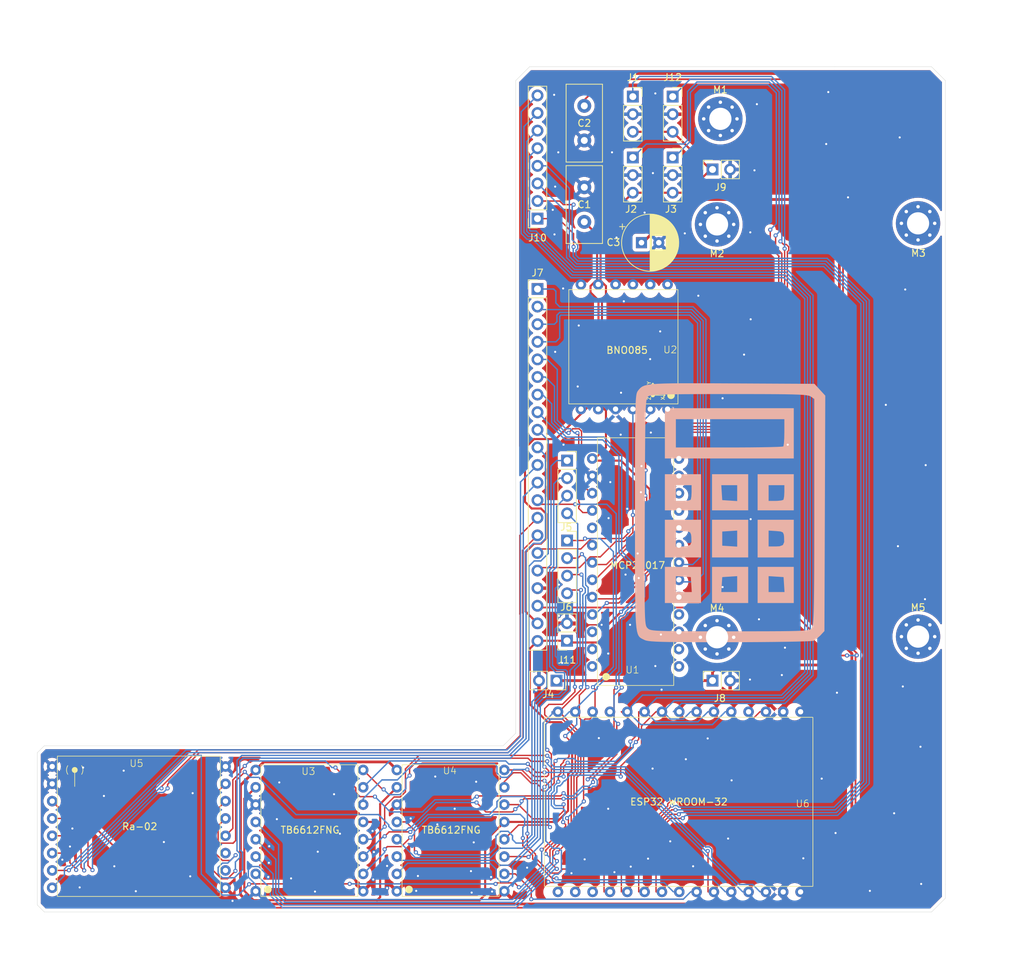
<source format=kicad_pcb>
(kicad_pcb (version 20240108) (generator "pcbnew") (generator_version "8.0")
  (layers (0 "F.Cu" signal) (31 "B.Cu" signal) (34 "B.Paste" user) (35 "F.Paste" user) (36 "B.SilkS" user "B.Silkscreen") (37 "F.SilkS" user "F.Silkscreen") (38 "B.Mask" user) (39 "F.Mask" user) (44 "Edge.Cuts" user))
  (net 0 "")
  (net 1 "GND")
  (net 2 "VCC")
  (net 3 "+3.3V")
  (net 4 "+12V")
  (net 5 "/A3")
  (net 6 "+5V")
  (net 7 "/A2")
  (net 8 "/A1")
  (net 9 "/AO1")
  (net 10 "/BO1")
  (net 11 "/AO2")
  (net 12 "/BO2")
  (net 13 "/BO3")
  (net 14 "/AO4")
  (net 15 "/BO4")
  (net 16 "/AO3")
  (net 17 "/GPIO0")
  (net 18 "/GPIO4")
  (net 19 "/GPIO22")
  (net 20 "/GPIO2")
  (net 21 "/B5")
  (net 22 "/GPIO9")
  (net 23 "/GPIO1")
  (net 24 "/B7")
  (net 25 "/GPIO11")
  (net 26 "/GPIO3")
  (net 27 "/B6")
  (net 28 "/B4")
  (net 29 "/GPIO10")
  (net 30 "/GPIO27")
  (net 31 "/GPIO8")
  (net 32 "/GPIO18")
  (net 33 "/GPIO17")
  (net 34 "/A4")
  (net 57 "/IO15")
  (net 58 "/IO23")
  (net 59 "/IO27")
  (net 60 "/IO13")
  (net 61 "/IO12")
  (net 62 "/IO14")
  (net 63 "/IO18")
  (net 64 "/IO25")
  (net 65 "/IO19")
  (net 66 "/IO26")
  (net 67 "/IO22")
  (net 68 "/IO21")
  (net 72 "/ENC1_B")
  (net 73 "/ENC2_A")
  (net 76 "/ENC3_A")
  (net 79 "/ENC1_A")
  (net 81 "/ENC4_A")
  (net 82 "/ENC3_B")
  (net 85 "/ENC4_B")
  (net 86 "/ENC2_B")
  (footprint "project_parts:ESP32_THT" (layer "F.Cu") (at 194.1 158.1 90)
    (property "Reference" "U6")
    (property "Value" "~")
  )
  (footprint "Connector_PinSocket_2.54mm:PinSocket_1x02_P2.54mm_Vertical" (layer "F.Cu") (at 181.4 127.6 90)
    (property "Reference" "J8")
    (property "Value" "Conn_01x02_Socket")
  )
  (footprint "Connector_PinSocket_2.54mm:PinSocket_1x02_P2.54mm_Vertical" (layer "F.Cu") (at 160.4 121.85 180)
    (property "Reference" "J11")
    (property "Value" "Conn_01x02_Socket")
  )
  (footprint "MountingHole:MountingHole_3.2mm_M3_Pad_Via" (layer "F.Cu") (at 182.05 121.35)
    (property "Reference" "M4")
    (property "Value" "MountingHole_3.2mm_M3_Pad_Via" (hide yes))
  )
  (footprint "Connector_PinSocket_2.54mm:PinSocket_1x04_P2.54mm_Vertical" (layer "F.Cu") (at 160.425 95.84)
    (property "Reference" "J5")
    (property "Value" "Conn_01x04_Socket")
  )
  (footprint "Connector_PinSocket_2.54mm:PinSocket_1x02_P2.54mm_Vertical" (layer "F.Cu") (at 158.9 127.6 -90)
    (property "Reference" "J4")
    (property "Value" "Conn_01x02_Socket")
  )
  (footprint "Capacitor_THT:C_Disc_D11.0mm_W5.0mm_P5.00mm" (layer "F.Cu") (at 162.9 49.64 90)
    (property "Reference" "C2")
    (property "Value" "100n" (hide yes))
  )
  (footprint "MountingHole:MountingHole_3.2mm_M3_Pad_Via" (layer "F.Cu") (at 182.53 46.52)
    (property "Reference" "M1")
    (property "Value" "MountingHole_3.2mm_M3_Pad_Via" (hide yes))
  )
  (footprint "Capacitor_THT:CP_Radial_D8.0mm_P2.50mm" (layer "F.Cu") (at 171.15 64.39)
    (property "Reference" "C3")
    (property "Value" "100u" (hide yes))
  )
  (footprint "project_parts:Ra-02_THT" (layer "F.Cu") (at 85.1375 159)
    (property "Reference" "U5")
    (property "Value" "~" (hide yes))
  )
  (footprint "project_parts:TB6612FNG_THT" (layer "F.Cu") (at 134.8625 159)
    (property "Reference" "U4")
    (property "Value" "~" (hide yes))
  )
  (footprint "Connector_PinSocket_2.54mm:PinSocket_1x03_P2.54mm_Vertical" (layer "F.Cu") (at 175.65 52.1)
    (property "Reference" "J3")
    (property "Value" "Conn_01x03_Socket")
  )
  (footprint "Connector_PinSocket_2.54mm:PinSocket_1x03_P2.54mm_Vertical" (layer "F.Cu") (at 169.9 52.1)
    (property "Reference" "J2")
    (property "Value" "Conn_01x03_Socket")
  )
  (footprint "Connector_PinSocket_2.54mm:PinSocket_1x03_P2.54mm_Vertical" (layer "F.Cu") (at 169.9 43.31)
    (property "Reference" "J1")
    (property "Value" "Conn_01x03_Socket")
  )
  (footprint "Connector_PinSocket_2.54mm:PinSocket_1x02_P2.54mm_Vertical" (layer "F.Cu") (at 181.4 53.825 90)
    (property "Reference" "J9")
    (property "Value" "Conn_01x02_Socket")
  )
  (footprint "MountingHole:MountingHole_3.2mm_M3_Pad_Via" (layer "F.Cu") (at 211.05 61.6 90)
    (property "Reference" "M3")
    (property "Value" "MountingHole_3.2mm_M3_Pad_Via" (hide yes))
  )
  (footprint "project_parts:MCP23017_THT" (layer "F.Cu") (at 162.55 129.05)
    (property "Reference" "U1")
    (property "Value" "~")
  )
  (footprint "Connector_PinSocket_2.54mm:PinSocket_1x08_P2.54mm_Vertical" (layer "F.Cu") (at 156.15 60.92 180)
    (property "Reference" "J10")
    (property "Value" "Conn_01x08_Socket")
  )
  (footprint "MountingHole:MountingHole_3.2mm_M3_Pad_Via" (layer "F.Cu") (at 211.052944 121.252944)
    (property "Reference" "M5")
    (property "Value" "MountingHole_3.2mm_M3_Pad_Via" (hide yes))
  )
  (footprint "Capacitor_THT:C_Disc_D11.0mm_W5.0mm_P5.00mm" (layer "F.Cu") (at 162.9 61.39 90)
    (property "Reference" "C1")
    (property "Value" "100n" (hide yes))
  )
  (footprint "project_parts:TB6612FNG_THT" (layer "F.Cu") (at 114.5 159)
    (property "Reference" "U3")
    (property "Value" "~" (hide yes))
  )
  (footprint "MountingHole:MountingHole_3.2mm_M3_Pad_Via" (layer "F.Cu") (at 182.05 61.755888 180)
    (property "Reference" "M2")
    (property "Value" "MountingHole_3.2mm_M3_Pad_Via" (hide yes))
  )
  (footprint "Connector_PinHeader_2.54mm:PinHeader_1x21_P2.54mm_Vertical" (layer "F.Cu") (at 156.15 71.08)
    (property "Reference" "J7")
    (property "Value" "Conn_01x21_Pin")
  )
  (footprint "Connector_PinSocket_2.54mm:PinSocket_1x03_P2.54mm_Vertical" (layer "F.Cu") (at 175.65 43.31)
    (property "Reference" "J12")
    (property "Value" "Conn_01x03_Socket")
  )
  (footprint "project_parts:BNO085_THT" (layer "F.Cu") (at 177.9125 90.4125 90)
    (property "Reference" "U2")
    (property "Value" "~")
  )
  (footprint "Connector_PinSocket_2.54mm:PinSocket_1x04_P2.54mm_Vertical" (layer "F.Cu") (at 160.425 107.38)
    (property "Reference" "J6")
    (property "Value" "Conn_01x04_Socket")
  )
  (footprint "Graphics:pcbLogo_40mmx40mm" (layer "B.Cu") (at 184.05 103.25 180)
    (property "Reference" "G***" (hide yes))
    (property "Value" "LOGO" (hide yes))
  )
  (gr_line (start 155 39) (end 199 39) (stroke (width 0.05)) (layer "Edge.Cuts"))
  (gr_line (start 215 157) (end 215 159) (stroke (width 0.05)) (layer "Edge.Cuts"))
  (gr_line (start 215 159) (end 213 161) (stroke (width 0.05)) (layer "Edge.Cuts"))
  (gr_line (start 215 41) (end 213 39) (stroke (width 0.05)) (layer "Edge.Cuts"))
  (gr_line (start 213 39) (end 199 39) (stroke (width 0.05)) (layer "Edge.Cuts"))
  (gr_line (start 84 138) (end 85 137) (stroke (width 0.05)) (layer "Edge.Cuts"))
  (gr_line (start 84 160) (end 84 138) (stroke (width 0.05)) (layer "Edge.Cuts"))
  (gr_line (start 151.2 137) (end 85 137) (stroke (width 0.05)) (layer "Edge.Cuts"))
  (gr_line (start 85 161) (end 84 160) (stroke (width 0.05)) (layer "Edge.Cuts"))
  (gr_line (start 213 161) (end 85 161) (stroke (width 0.05)) (layer "Edge.Cuts"))
  (gr_line (start 153 41) (end 153 135) (stroke (width 0.05)) (layer "Edge.Cuts"))
  (gr_line (start 215 41) (end 215 157) (stroke (width 0.05)) (layer "Edge.Cuts"))
  (gr_line (start 153 41) (end 155 39) (stroke (width 0.05)) (layer "Edge.Cuts"))
  (gr_line (start 151.2 137) (end 153 135.2) (stroke (width 0.05)) (layer "Edge.Cuts"))
  (gr_line (start 153 135) (end 153 135.2) (stroke (width 0.05)) (layer "Edge.Cuts"))
  (gr_text "ESP32 WROOM-32" (at 176.55 145.1 0) (layer "F.SilkS") (effects (font (size 1 1))))
  (segment (start 165.4 119.55) (end 160.64 119.55) (width 0.2) (layer "F.Cu") (net 1))
  (segment (start 157.7 156.65) (end 157.8 156.75) (width 0.2) (layer "F.Cu") (net 1))
  (segment (start 157.8 156.75) (end 159.7 156.75) (width 0.2) (layer "F.Cu") (net 1))
  (segment (start 160.64 119.55) (end 160.4 119.31) (width 0.2) (layer "F.Cu") (net 1))
  (segment (start 159.7 156.75) (end 161.05 155.4) (width 0.2) (layer "F.Cu") (net 1))
  (via (at 185.95 80.55) (size 0.6) (drill 0.3) (layers "F.Cu" "B.Cu") (net 1))
  (via (at 212.15 96.5) (size 0.6) (drill 0.3) (layers "F.Cu" "B.Cu") (net 1))
  (via (at 141.7 148.35) (size 0.6) (drill 0.3) (layers "F.Cu" "B.Cu") (net 1))
  (via (at 168.6 72.85) (size 0.6) (drill 0.3) (layers "F.Cu" "B.Cu") (net 1))
  (via (at 211.5 156.95) (size 0.6) (drill 0.3) (layers "F.Cu" "B.Cu") (net 1))
  (via (at 172.75 140.3) (size 0.6) (drill 0.3) (layers "F.Cu" "B.Cu") (net 1))
  (via (at 179.35 72.05) (size 0.6) (drill 0.3) (layers "F.Cu" "B.Cu") (net 1))
  (via (at 93.6 144.25) (size 0.6) (drill 0.3) (layers "F.Cu" "B.Cu") (net 1))
  (via (at 169.5 119.55) (size 0.6) (drill 0.3) (layers "F.Cu" "B.Cu") (net 1))
  (via (at 127.65 149.7) (size 0.6) (drill 0.3) (layers "F.Cu" "B.Cu") (net 1))
  (via (at 191.85 122.85) (size 0.6) (drill 0.3) (layers "F.Cu" "B.Cu") (net 1))
  (via (at 165 135.9) (size 0.6) (drill 0.3) (layers "F.Cu" "B.Cu") (net 1))
  (via (at 138.9 155.8) (size 0.6) (drill 0.3) (layers "F.Cu" "B.Cu") (net 1))
  (via (at 95.1 154.4) (size 0.6) (drill 0.3) (layers "F.Cu" "B.Cu") (net 1))
  (via (at 186.9 75.45) (size 0.6) (drill 0.3) (layers "F.Cu" "B.Cu") (net 1))
  (via (at 149.45 155.95) (size 0.6) (drill 0.3) (layers "F.Cu" "B.Cu") (net 1))
  (via (at 178.6 154.4) (size 0.6) (drill 0.3) (layers "F.Cu" "B.Cu") (net 1))
  (via (at 168.15 92.1) (size 0.6) (drill 0.3) (layers "F.Cu" "B.Cu") (net 1))
  (via (at 158.7 56.3) (size 0.6) (drill 0.3) (layers "F.Cu" "B.Cu") (net 1))
  (via (at 168.2 86.05) (size 0.6) (drill 0.3) (layers "F.Cu" "B.Cu") (net 1))
  (via (at 159.25 113.75) (size 0.6) (drill 0.3) (layers "F.Cu" "B.Cu") (net 1))
  (via (at 158.7 80.15) (size 0.6) (drill 0.3) (layers "F.Cu" "B.Cu") (net 1))
  (via (at 159.9 93.55) (size 0.6) (drill 0.3) (layers "F.Cu" "B.Cu") (net 1))
  (via (at 180.7 135.95) (size 0.6) (drill 0.3) (layers "F.Cu" "B.Cu") (net 1))
  (via (at 118.55 147.6) (size 0.6) (drill 0.3) (layers "F.Cu" "B.Cu") (net 1))
  (via (at 172.8 54.35) (size 0.6) (drill 0.3) (layers "F.Cu" "B.Cu") (net 1))
  (via (at 173.15 42.85) (size 0.6) (drill 0.3) (layers "F.Cu" "B.Cu") (net 1))
  (via (at 132.55 152.35) (size 0.6) (drill 0.3) (layers "F.Cu" "B.Cu") (net 1))
  (via (at 197.15 141.75) (size 0.6) (drill 0.3) (layers "F.Cu" "B.Cu") (net 1))
  (via (at 188.1 118.75) (size 0.6) (drill 0.3) (layers "F.Cu" "B.Cu") (net 1))
  (via (at 158.6 63.2) (size 0.6) (drill 0.3) (layers "F.Cu" "B.Cu") (net 1))
  (via (at 167.25 155.25) (size 0.6) (drill 0.3) (layers "F.Cu" "B.Cu") (net 1))
  (via (at 90.6 140.15) (size 0.6) (drill 0.3) (layers "F.Cu" "B.Cu") (net 1))
  (via (at 155.95 129) (size 0.6) (drill 0.3) (layers "F.Cu" "B.Cu") (net 1))
  (via (at 162.95 153.4) (size 0.6) (drill 0.3) (layers "F.Cu" "B.Cu") (net 1))
  (via (at 146.95 150.95) (size 0.6) (drill 0.3) (layers "F.Cu" "B.Cu") (net 1))
  (via (at 186.9 104.3) (size 0.6) (drill 0.3) (layers "F.Cu" "B.Cu") (net 1))
  (via (at 186.85 62.9) (size 0.6) (drill 0.3) (layers "F.Cu" "B.Cu") (net 1))
  (via (at 138.65 157.95) (size 0.6) (drill 0.3) (layers "F.Cu" "B.Cu") (net 1))
  (via (at 166.4 104.15) (size 0.6) (drill 0.3) (layers "F.Cu" "B.Cu") (net 1))
  (via (at 124.05 158.05) (size 0.6) (drill 0.3) (layers "F.Cu" "B.Cu") (net 1))
  (via (at 208.4 49.2) (size 0.6) (drill 0.3) (layers "F.Cu" "B.Cu") (net 1))
  (via (at 161.95 85.15) (size 0.6) (drill 0.3) (layers "F.Cu" "B.Cu") (net 1))
  (via (at 198.1 42.65) (size 0.6) (drill 0.3) (layers "F.Cu" "B.Cu") (net 1))
  (via (at 90.1 157.45) (size 0.6) (drill 0.3) (layers "F.Cu" "B.Cu") (net 1))
  (via (at 89.05 148.95) (size 0.6) (drill 0.3) (layers "F.Cu" "B.Cu") (net 1))
  (via (at 204.1 157.95) (size 0.6) (drill 0.3) (layers "F.Cu" "B.Cu") (net 1))
  (via (at 169.6 154.45) (size 0.6) (drill 0.3) (layers "F.Cu" "B.Cu") (net 1))
  (via (at 187.45 53.95) (size 0.6) (drill 0.3) (layers "F.Cu" "B.Cu") (net 1))
  (via (at 117.45 151.5) (size 0.6) (drill 0.3) (layers "F.Cu" "B.Cu") (net 1))
  (via (at 197.8 50.15) (size 0.6) (drill 0.3) (layers "F.Cu" "B.Cu") (net 1))
  (via (at 194.5 153.25) (size 0.6) (drill 0.3) (layers "F.Cu" "B.Cu") (net 1))
  (via (at 146.65 158.2) (size 0.6) (drill 0.3) (layers "F.Cu" "B.Cu") (net 1))
  (via (at 157.7 156.65) (size 0.6) (drill 0.3) (layers "F.Cu" "B.Cu") (net 1))
  (via (at 162.1 76.35) (size 0.6) (drill 0.3) (layers "F.Cu" "B.Cu") (net 1))
  (via (at 168.85 112.3) (size 0.6) (drill 0.3) (layers "F.Cu" "B.Cu") (net 1))
  (via (at 159.25 118.25) (size 0.6) (drill 0.3) (layers "F.Cu" "B.Cu") (net 1))
  (via (at 158.55 43.05) (size 0.6) (drill 0.3) (layers "F.Cu" "B.Cu") (net 1))
  (via (at 96.45 140.6) (size 0.6) (drill 0.3) (layers "F.Cu" "B.Cu") (net 1))
  (via (at 199.35 129.35) (size 0.6) (drill 0.3) (layers "F.Cu" "B.Cu") (net 1))
  (via (at 159.15 51.35) (size 0.6) (drill 0.3) (layers "F.Cu" "B.Cu") (net 1))
  (via (at 170.6 109.25) (size 0.6) (drill 0.3) (layers "F.Cu" "B.Cu") (net 1))
  (via (at 159.7 125.05) (size 0.6) (drill 0.3) (layers "F.Cu" "B.Cu") (net 1))
  (via (at 169.1 102.8) (size 0.6) (drill 0.3) (layers "F.Cu" "B.Cu") (net 1))
  (via (at 172.4 81.2) (size 0.6) (drill 0.3) (layers "F.Cu" "B.Cu") (net 1))
  (via (at 117.3 155.95) (size 0.6) (drill 0.3) (layers "F.Cu" "B.Cu") (net 1))
  (via (at 147.3 142.2) (size 0.6) (drill 0.3) (layers "F.Cu" "B.Cu") (net 1))
  (via (at 98.2 158) (size 0.6) (drill 0.3) (layers "F.Cu" "B.Cu") (net 1))
  (via (at 118.9 142.3) (size 0.6) (drill 0.3) (layers "F.Cu" "B.Cu") (net 1))
  (via (at 106.05 155.85) (size 0.6) (drill 0.3) (layers "F.Cu" "B.Cu") (net 1))
  (via (at 199.15 149.6) (size 0.6) (drill 0.3) (layers "F.Cu" "B.Cu") (net 1))
  (via (at 172.5 91.8) (size 0.6) (drill 0.3) (layers "F.Cu" "B.Cu") (net 1))
  (via (at 166.35 146.1) (size 0.6) (drill 0.3) (layers "F.Cu" "B.Cu") (net 1))
  (via (at 134.45 157.55) (size 0.6) (drill 0.3) (layers "F.Cu" "B.Cu") (net 1))
  (via (at 106.4 143.85) (size 0.6) (drill 0.3) (layers "F.Cu" "B.Cu") (net 1))
  (via (at 134.45 154.35) (size 0.6) (drill 0.3) (layers "F.Cu" "B.Cu") (net 1))
  (via (at 183.65 150.4) (size 0.6) (drill 0.3) (layers "F.Cu" "B.Cu") (net 1))
  (via (at 87.6 153.45) (size 0.6) (drill 0.3) (layers "F.Cu" "B.Cu") (net 1))
  (via (at 166.35 123.7) (size 0.6) (drill 0.3) (layers "F.Cu" "B.Cu") (net 1))
  (via (at 173.85 77.2) (size 0.6) (drill 0.3) (layers "F.Cu" "B.Cu") (net 1))
  (via (at 144.2 146.1) (size 0.6) (drill 0.3) (layers "F.Cu" "B.Cu") (net 1))
  (via (at 158.35 59.65) (size 0.6) (drill 0.3) (layers "F.Cu" "B.Cu") (net 1))
  (via (at 132.45 156.3) (size 0.6) (drill 0.3) (layers "F.Cu" "B.Cu") (net 1))
  (via (at 88.7 151.55) (size 0.6) (drill 0.3) (layers "F.Cu" "B.Cu") (net 1))
  (via (at 191.4 126.8) (size 0.6) (drill 0.3) (layers "F.Cu" "B.Cu") (net 1))
  (via (at 187.8 44.4) (size 0.6) (drill 0.3) (layers "F.Cu" "B.Cu") (net 1))
  (via (at 200.95 57.85) (size 0.6) (drill 0.3) (layers "F.Cu" "B.Cu") (net 1))
  (via (at 117.4 153.9) (size 0.6) (drill 0.3) (layers "F.Cu" "B.Cu") (net 1))
  (via (at 182.85 114.1) (size 0.6) (drill 0.3) (layers "F.Cu" "B.Cu") (net 1))
  (via (at 171.6 60.05) (size 0.6) (drill 0.3) (layers "F.Cu" "B.Cu") (net 1))
  (via (at 167.55 63.65) (size 0.6) (drill 0.3) (layers "F.Cu" "B.Cu") (net 1))
  (via (at 161.05 155.4) (size 0.6) (drill 0.3) (layers "F.Cu" "B.Cu") (net 1))
  (via (at 165.4 119.55) (size 0.6) (drill 0.3) (layers "F.Cu" "B.Cu") (net 1))
  (via (at 206.4 87.8) (size 0.6) (drill 0.3) (layers "F.Cu" "B.Cu") (net 1))
  (via (at 192.25 93.55) (size 0.6) (drill 0.3) (layers "F.Cu" "B.Cu") (net 1))
  (via (at 146.55 155.1) (size 0.6) (drill 0.3) (layers "F.Cu" "B.Cu") (net 1))
  (via (at 186.8 127.45) (size 0.6) (drill 0.3) (layers "F.Cu" "B.Cu") (net 1))
  (via (at 166.9 51.35) (size 0.6) (drill 0.3) (layers "F.Cu" "B.Cu") (net 1))
  (via (at 177.55 138.95) (size 0.6) (drill 0.3) (layers "F.Cu" "B.Cu") (net 1))
  (via (at 137.85 147.5) (size 0.6) (drill 0.3) (layers "F.Cu" "B.Cu") (net 1))
  (via (at 132.35 149.3) (size 0.6) (drill 0.3) (layers "F.Cu" "B.Cu") (net 1))
  (via (at 207.6 146.75) (size 0.6) (drill 0.3) (layers "F.Cu" "B.Cu") (net 1))
  (via (at 184.15 142) (size 0.6) (drill 0.3) (layers "F.Cu" "B.Cu") (net 1))
  (via (at 102.25 150.9) (size 0.6) (drill 0.3) (layers "F.Cu" "B.Cu") (net 1))
  (via (at 208.15 108.2) (size 0.6) (drill 0.3) (layers "F.Cu" "B.Cu") (net 1))
  (via (at 177.4 63.05) (size 0.6) (drill 0.3) (layers "F.Cu" "B.Cu") (net 1))
  (via (at 209.2 71.15) (size 0.6) (drill 0.3) (layers "F.Cu" "B.Cu") (net 1))
  (via (at 208.85 128.45) (size 0.6) (drill 0.3) (layers "F.Cu" "B.Cu") (net 1))
  (via (at 172.1 153.3) (size 0.6) (drill 0.3) (layers "F.Cu" "B.Cu") (net 1))
  (via (at 141.4 141.45) (size 0.6) (drill 0.3) (layers "F.Cu" "B.Cu") (net 1))
  (via (at 173.15 125.5) (size 0.6) (drill 0.3) (layers "F.Cu" "B.Cu") (net 1))
  (via (at 174.05 128.9) (size 0.6) (drill 0.3) (layers "F.Cu" "B.Cu") (net 1))
  (via (at 211.4 137.15) (size 0.6) (drill 0.3) (layers "F.Cu" "B.Cu") (net 1))
  (via (at 212.05 115.85) (size 0.6) (drill 0.3) (layers "F.Cu" "B.Cu") (net 1))
  (via (at 159.85 71) (size 0.6) (drill 0.3) (layers "F.Cu" "B.Cu") (net 1))
  (via (at 182.85 86.85) (size 0.6) (drill 0.3) (layers "F.Cu" "B.Cu") (net 1))
  (via (at 175.3 150.8) (size 0.6) (drill 0.3) (layers "F.Cu" "B.Cu") (net 1))
  (via (at 149.6 158.05) (size 0.6) (drill 0.3) (layers "F.Cu" "B.Cu") (net 1))
  (via (at 166.65 98.95) (size 0.6) (drill 0.3) (layers "F.Cu" "B.Cu") (net 1))
  (via (at 154.65 154.6) (size 0.6) (drill 0.3) (layers "F.Cu" "B.Cu") (net 1))
  (via (at 173.95 120.95) (size 0.6) (drill 0.3) (layers "F.Cu" "B.Cu") (net 1))
  (via (at 124.45 152.3) (size 0.6) (drill 0.3) (layers "F.Cu" "B.Cu") (net 1))
  (via (at 112.15 159.4) (size 0.6) (drill 0.3) (layers "F.Cu" "B.Cu") (net 1))
  (via (at 126.8 144) (size 0.6) (drill 0.3) (layers "F.Cu" "B.Cu") (net 1))
  (via (at 120.6 156.15) (size 0.6) (drill 0.3) (layers "F.Cu" "B.Cu") (net 1))
  (segment (start 158.71 124.06) (end 159.7 125.05) (width 0.2) (layer "B.Cu") (net 1))
  (segment (start 159.25 118.25) (end 158.71 117.71) (width 0.2) (layer "B.Cu") (net 1))
  (segment (start 159.54 119.31) (end 158.71 120.14) (width 0.2) (layer "B.Cu") (net 1))
  (segment (start 158.71 117.71) (end 158.71 114.29) (width 0.2) (layer "B.Cu") (net 1))
  (segment (start 115.5 157.05) (end 115.5 158) (width 0.2) (layer "B.Cu") (net 1))
  (segment (start 114.438 154.912) (end 114.438 155.988) (width 0.2) (layer "B.Cu") (net 1))
  (segment (start 158.71 114.29) (end 159.25 113.75) (width 0.2) (layer "B.Cu") (net 1))
  (segment (start 160.4 119.31) (end 159.54 119.31) (width 0.2) (layer "B.Cu") (net 1))
  (segment (start 154.65 154.7125) (end 151.3625 158) (width 0.2) (layer "B.Cu") (net 1))
  (segment (start 154.65 154.6) (end 154.65 154.7125) (width 0.2) (layer "B.Cu") (net 1))
  (segment (start 114.912 154.438) (end 114.438 154.912) (width 0.2) (layer "B.Cu") (net 1))
  (segment (start 117.3 155.798105) (end 115.939895 154.438) (width 0.2) (layer "B.Cu") (net 1))
  (segment (start 115.939895 154.438) (end 114.912 154.438) (width 0.2) (layer "B.Cu") (net 1))
  (segment (start 117.3 155.95) (end 117.3 155.798105) (width 0.2) (layer "B.Cu") (net 1))
  (segment (start 158.71 120.14) (end 158.71 124.06) (width 0.2) (layer "B.Cu") (net 1))
  (segment (start 114.438 155.988) (end 115.5 157.05) (width 0.2) (layer "B.Cu") (net 1))
  (segment (start 156.15 119.34) (end 154.45 117.64) (width 0.3) (layer "F.Cu") (net 2))
  (segment (start 155.31 102.76) (end 154.35 101.8) (width 0.3) (layer "F.Cu") (net 2))
  (segment (start 157.45 103.562943) (end 156.647057 102.76) (width 0.3) (layer "F.Cu") (net 2))
  (segment (start 158.785 92.74) (end 162.4125 89.1125) (width 0.3) (layer "F.Cu") (net 2))
  (segment (start 154.35 94.042943) (end 155.652943 92.74) (width 0.3) (layer "F.Cu") (net 2))
  (segment (start 155.652943 92.74) (end 158.785 92.74) (width 0.3) (layer "F.Cu") (net 2))
  (segment (start 164.75 63.24) (end 164.75 70.0005) (width 0.3) (layer "F.Cu") (net 2))
  (segment (start 156.647057 107.84) (end 157.45 107.037057) (width 0.3) (layer "F.Cu") (net 2))
  (segment (start 164.75 70.0005) (end 164.451894 70.0005) (width 0.3) (layer "F.Cu") (net 2))
  (segment (start 164.95 86.575) (end 162.4125 89.1125) (width 0.3) (layer "F.Cu") (net 2))
  (segment (start 155.652943 107.84) (end 156.647057 107.84) (width 0.3) (layer "F.Cu") (net 2))
  (segment (start 164.451894 70.0005) (end 163.8005 70.651894) (width 0.3) (layer "F.Cu") (net 2))
  (segment (start 154.45 109.042943) (end 155.652943 107.84) (width 0.3) (layer "F.Cu") (net 2))
  (segment (start 154.45 117.64) (end 154.45 109.042943) (width 0.3) (layer "F.Cu") (net 2))
  (segment (start 154.35 101.8) (end 154.35 94.042943) (width 0.3) (layer "F.Cu") (net 2))
  (segment (start 156.647057 102.76) (end 155.31 102.76) (width 0.3) (layer "F.Cu") (net 2))
  (segment (start 164.95 72.722606) (end 164.95 86.575) (width 0.3) (layer "F.Cu") (net 2))
  (segment (start 162.9 61.39) (end 164.75 63.24) (width 0.3) (layer "F.Cu") (net 2))
  (segment (start 163.8005 71.573106) (end 164.95 72.722606) (width 0.3) (layer "F.Cu") (net 2))
  (segment (start 163.8005 70.651894) (end 163.8005 71.573106) (width 0.3) (layer "F.Cu") (net 2))
  (segment (start 157.45 107.037057) (end 157.45 103.562943) (width 0.3) (layer "F.Cu") (net 2))
  (segment (start 156.4 117.05) (end 156.15 116.8) (width 0.25) (layer "F.Cu") (net 3))
  (segment (start 200.225 121.667588) (end 202.2 123.642588) (width 0.25) (layer "F.Cu") (net 3))
  (segment (start 88.2125 147.075) (end 86.1375 145) (width 0.25) (layer "F.Cu") (net 3))
  (segment (start 200.225 43.525) (end 200.225 121.667588) (width 0.25) (layer "F.Cu") (net 3))
  (segment (start 200.8 123.975) (end 199.225 123.975) (width 0.25) (layer "F.Cu") (net 3))
  (segment (start 162.9 43.8) (end 165.9 40.8) (width 0.25) (layer "F.Cu") (net 3))
  (segment (start 199.225 123.975) (end 192.3 117.05) (width 0.25) (layer "F.Cu") (net 3))
  (segment (start 103.902394 160.375) (end 90.602394 147.075) (width 0.25) (layer "F.Cu") (net 3))
  (segment (start 162.9 44.64) (end 162.9 43.8) (width 0.25) (layer "F.Cu") (net 3))
  (segment (start 165.9 40.8) (end 197.5 40.8) (width 0.25) (layer "F.Cu") (net 3))
  (segment (start 202.2 123.95) (end 202.025 124.125) (width 0.25) (layer "F.Cu") (net 3))
  (segment (start 202.025 156.767462) (end 198.417462 160.375) (width 0.25) (layer "F.Cu") (net 3))
  (segment (start 198.417462 160.375) (end 103.902394 160.375) (width 0.25) (layer "F.Cu") (net 3))
  (segment (start 192.3 117.05) (end 156.4 117.05) (width 0.25) (layer "F.Cu") (net 3))
  (segment (start 197.5 40.8) (end 200.225 43.525) (width 0.25) (layer "F.Cu") (net 3))
  (segment (start 202.2 123.642588) (end 202.2 123.95) (width 0.25) (layer "F.Cu") (net 3))
  (segment (start 202.025 124.125) (end 202.025 156.767462) (width 0.25) (layer "F.Cu") (net 3))
  (segment (start 90.602394 147.075) (end 88.2125 147.075) (width 0.25) (layer "F.Cu") (net 3))
  (segment (start 202.2 123.95) (end 202.1 124.05) (width 0.25) (layer "F.Cu") (net 3))
  (via (at 202.2 123.95) (size 0.6) (drill 0.3) (layers "F.Cu" "B.Cu") (net 3))
  (via (at 200.8 123.975) (size 0.6) (drill 0.3) (layers "F.Cu" "B.Cu") (net 3))
  (segment (start 202.175 123.975) (end 202.2 123.95) (width 0.25) (layer "B.Cu") (net 3))
  (segment (start 200.8 123.975) (end 202.175 123.975) (width 0.25) (layer "B.Cu") (net 3))
  (segment (start 201.5 126.992462) (end 199.857538 125.35) (width 0.4) (layer "F.Cu") (net 4))
  (segment (start 199.857538 125.35) (end 182.4 125.35) (width 0.4) (layer "F.Cu") (net 4))
  (segment (start 115.5 140.5) (end 116.662 139.338) (width 0.4) (layer "F.Cu") (net 4))
  (segment (start 201.5 123.68505) (end 201.5 126.992462) (width 0.4) (layer "F.Cu") (net 4))
  (segment (start 181.4 126.35) (end 181.4 127.6) (width 0.4) (layer "F.Cu") (net 4))
  (segment (start 182.4 125.35) (end 181.4 126.35) (width 0.4) (layer "F.Cu") (net 4))
  (segment (start 199.7 64) (end 199.7 121.88505) (width 0.4) (layer "F.Cu") (net 4))
  (segment (start 115.5 140.5) (end 113.3 142.7) (width 0.4) (layer "F.Cu") (net 4))
  (segment (start 114.65 159.85) (end 198.2 159.85) (width 0.4) (layer "F.Cu") (net 4))
  (segment (start 193.855888 58.155888) (end 199.7 64) (width 0.4) (layer "F.Cu") (net 4))
  (segment (start 181.4 127.6) (end 158.9 127.6) (width 0.4) (layer "F.Cu") (net 4))
  (segment (start 171.15 64.39) (end 171.337818 64.39) (width 0.4) (layer "F.Cu") (net 4))
  (segment (start 201.5 156.55) (end 201.5 126.992462) (width 0.4) (layer "F.Cu") (net 4))
  (segment (start 113.3 158.5) (end 114.65 159.85) (width 0.4) (layer "F.Cu") (net 4))
  (segment (start 113.3 142.7) (end 113.3 158.5) (width 0.4) (layer "F.Cu") (net 4))
  (segment (start 198.2 159.85) (end 201.5 156.55) (width 0.4) (layer "F.Cu") (net 4))
  (segment (start 134.7005 139.338) (end 135.8625 140.5) (width 0.4) (layer "F.Cu") (net 4))
  (segment (start 116.662 139.338) (end 134.7005 139.338) (width 0.4) (layer "F.Cu") (net 4))
  (segment (start 177.57193 58.155888) (end 193.855888 58.155888) (width 0.4) (layer "F.Cu") (net 4))
  (segment (start 199.7 121.88505) (end 201.5 123.68505) (width 0.4) (layer "F.Cu") (net 4))
  (segment (start 171.337818 64.39) (end 177.57193 58.155888) (width 0.4) (layer "F.Cu") (net 4))
  (segment (start 191.75 88) (end 188.4 91.35) (width 0.2) (layer "F.Cu") (net 5))
  (segment (start 164.2 115.8) (end 164.15 115.85) (width 0.2) (layer "F.Cu") (net 5))
  (segment (start 172.8 95.65) (end 172.8 111.101471) (width 0.2) (layer "F.Cu") (net 5))
  (segment (start 170.998529 113.4) (end 170.3 113.4) (width 0.2) (layer "F.Cu") (net 5))
  (segment (start 177.1 91.35) (end 172.8 95.65) (width 0.2) (layer "F.Cu") (net 5))
  (segment (start 191.8 73.726895) (end 191.75 73.776895) (width 0.2) (layer "F.Cu") (net 5))
  (segment (start 170.3 113.4) (end 167.9 115.8) (width 0.2) (layer "F.Cu") (net 5))
  (segment (start 191.75 73.776895) (end 191.75 88) (width 0.2) (layer "F.Cu") (net 5))
  (segment (start 171.35 113.048529) (end 170.998529 113.4) (width 0.2) (layer "F.Cu") (net 5))
  (segment (start 172.8 111.101471) (end 171.35 112.551471) (width 0.2) (layer "F.Cu") (net 5))
  (segment (start 167.9 115.8) (end 164.2 115.8) (width 0.2) (layer "F.Cu") (net 5))
  (segment (start 191.8 65.25) (end 191.8 73.726895) (width 0.2) (layer "F.Cu") (net 5))
  (segment (start 188.4 91.35) (end 177.1 91.35) (width 0.2) (layer "F.Cu") (net 5))
  (segment (start 171.35 112.551471) (end 171.35 113.048529) (width 0.2) (layer "F.Cu") (net 5))
  (via (at 191.8 65.25) (size 0.6) (drill 0.3) (layers "F.Cu" "B.Cu") (net 5))
  (segment (start 169.9 41.35) (end 170.85 40.4) (width 0.2) (layer "B.Cu") (net 5))
  (segment (start 170.85 40.4) (end 189.9 40.4) (width 0.2) (layer "B.Cu") (net 5))
  (segment (start 169.9 43.31) (end 169.9 41.35) (width 0.2) (layer "B.Cu") (net 5))
  (segment (start 189.9 40.4) (end 191.8 42.3) (width 0.2) (layer "B.Cu") (net 5))
  (segment (start 191.8 42.3) (end 191.8 65.25) (width 0.2) (layer "B.Cu") (net 5))
  (segment (start 169.9 57.18) (end 165.25 61.83) (width 0.3) (layer "F.Cu") (net 6))
  (segment (start 165.45 88.077394) (end 166.0245 88.651894) (width 0.3) (layer "F.Cu") (net 6))
  (segment (start 113.85 157.95) (end 115.2 159.3) (width 0.3) (layer "F.Cu") (net 6))
  (segment (start 133.45 145.4125) (end 135.8625 143) (width 0.3) (layer "F.Cu") (net 6))
  (segment (start 157.623709 133.5995) (end 155.05 131.025791) (width 0.3) (layer "F.Cu") (net 6))
  (segment (start 165.373106 70.0005) (end 166.0245 70.651894) (width 0.3) (layer "F.Cu") (net 6))
  (segment (start 181.125 53.825) (end 177.77 57.18) (width 0.3) (layer "F.Cu") (net 6))
  (segment (start 133 159.3) (end 133.45 158.85) (width 0.3) (layer "F.Cu") (net 6))
  (segment (start 166.0245 88.651894) (end 166.0245 93.9755) (width 0.3) (layer "F.Cu") (net 6))
  (segment (start 156.15 121.88) (end 156.78 121.88) (width 0.3) (layer "F.Cu") (net 6))
  (segment (start 170.75 112.8) (end 170.75 112.515075) (width 0.3) (layer "F.Cu") (net 6))
  (segment (start 160.37 121.88) (end 160.4 121.85) (width 0.3) (layer "F.Cu") (net 6))
  (segment (start 160.562 141.083703) (end 161.15 140.495703) (width 0.3) (layer "F.Cu") (net 6))
  (segment (start 160.562 146.388) (end 160.562 141.083703) (width 0.3) (layer "F.Cu") (net 6))
  (segment (start 165.25 70.0005) (end 165.373106 70.0005) (width 0.3) (layer "F.Cu") (net 6))
  (segment (start 151.3625 148) (end 148.6 150.7625) (width 0.3) (layer "F.Cu") (net 6))
  (segment (start 113.85 144.65) (end 113.85 157.95) (width 0.3) (layer "F.Cu") (net 6))
  (segment (start 166.0245 70.651894) (end 166.0245 71.940999) (width 0.3) (layer "F.Cu") (net 6))
  (segment (start 170.75 112.515075) (end 172.35 110.915075) (width 0.3) (layer "F.Cu") (net 6))
  (segment (start 165.25 61.83) (end 165.25 70.0005) (width 0.3) (layer "F.Cu") (net 6))
  (segment (start 166.0245 71.940999) (end 165.45 72.515499) (width 0.3) (layer "F.Cu") (net 6))
  (segment (start 164.85 122.1) (end 160.65 122.1) (width 0.3) (layer "F.Cu") (net 6))
  (segment (start 148.6 158.5) (end 147.8 159.3) (width 0.3) (layer "F.Cu") (net 6))
  (segment (start 132.4 148) (end 131 148) (width 0.3) (layer "F.Cu") (net 6))
  (segment (start 158.95 148) (end 160.562 146.388) (width 0.3) (layer "F.Cu") (net 6))
  (segment (start 133.45 149.05) (end 132.4 148) (width 0.3) (layer "F.Cu") (net 6))
  (segment (start 168.2 117.675) (end 165.55 120.325) (width 0.3) (layer "F.Cu") (net 6))
  (segment (start 177.77 57.18) (end 175.65 57.18) (width 0.3) (layer "F.Cu") (net 6))
  (segment (start 175.65 48.39) (end 181.085 53.825) (width 0.3) (layer "F.Cu") (net 6))
  (segment (start 148.6 150.7625) (end 148.6 158.5) (width 0.3) (layer "F.Cu") (net 6))
  (segment (start 147.8 159.3) (end 133 159.3) (width 0.3) (layer "F.Cu") (net 6))
  (segment (start 165.45 72.515499) (end 165.45 88.077394) (width 0.3) (layer "F.Cu") (net 6))
  (segment (start 169.9 48.39) (end 175.65 48.39) (width 0.3) (layer "F.Cu") (net 6))
  (segment (start 165.55 120.325) (end 165.55 121.4) (width 0.3) (layer "F.Cu") (net 6))
  (segment (start 159.558023 133.5995) (end 157.623709 133.5995) (width 0.3) (layer "F.Cu") (net 6))
  (segment (start 166.0245 93.9755) (end 164.15 95.85) (width 0.3) (layer "F.Cu") (net 6))
  (segment (start 165.55 121.4) (end 164.85 122.1) (width 0.3) (layer "F.Cu") (net 6))
  (segment (start 151.3625 148) (end 158.95 148) (width 0.3) (layer "F.Cu") (net 6))
  (segment (start 172.35 110.915075) (end 172.35 100) (width 0.3) (layer "F.Cu") (net 6))
  (segment (start 156.81 121.85) (end 160.4 121.85) (width 0.3) (layer "F.Cu") (net 6))
  (segment (start 156.78 121.88) (end 156.81 121.85) (width 0.3) (layer "F.Cu") (net 6))
  (segment (start 161.15 135.191477) (end 159.558023 133.5995) (width 0.3) (layer "F.Cu") (net 6))
  (segment (start 133.45 158.85) (end 133.45 149.05) (width 0.3) (layer "F.Cu") (net 6))
  (segment (start 168.2 95.85) (end 164.15 95.85) (width 0.3) (layer "F.Cu") (net 6))
  (segment (start 155.05 122.98) (end 156.15 121.88) (width 0.3) (layer "F.Cu") (net 6))
  (segment (start 115.2 159.3) (end 133 159.3) (width 0.3) (layer "F.Cu") (net 6))
  (segment (start 160.65 122.1) (end 160.4 121.85) (width 0.3) (layer "F.Cu") (net 6))
  (segment (start 115.5 143) (end 113.85 144.65) (width 0.3) (layer "F.Cu") (net 6))
  (segment (start 175.65 57.18) (end 169.9 57.18) (width 0.3) (layer "F.Cu") (net 6))
  (segment (start 161.15 140.495703) (end 161.15 135.191477) (width 0.3) (layer "F.Cu") (net 6))
  (segment (start 172.35 100) (end 168.2 95.85) (width 0.3) (layer "F.Cu") (net 6))
  (segment (start 181.085 53.825) (end 181.4 53.825) (width 0.3) (layer "F.Cu") (net 6))
  (segment (start 133.45 149.05) (end 133.45 145.4125) (width 0.3) (layer "F.Cu") (net 6))
  (segment (start 181.4 53.825) (end 181.125 53.825) (width 0.3) (layer "F.Cu") (net 6))
  (segment (start 155.05 131.025791) (end 155.05 122.98) (width 0.3) (layer "F.Cu") (net 6))
  (via (at 170.75 112.8) (size 0.6) (drill 0.3) (layers "F.Cu" "B.Cu") (net 6))
  (via (at 168.2 117.675) (size 0.6) (drill 0.3) (layers "F.Cu" "B.Cu") (net 6))
  (segment (start 170.75 115.125) (end 168.2 117.675) (width 0.3) (layer "B.Cu") (net 6))
  (segment (start 170.75 112.8) (end 170.75 115.125) (width 0.3) (layer "B.Cu") (net 6))
  (segment (start 171.7 100.9) (end 171.9 101.1) (width 0.2) (layer "F.Cu") (net 7))
  (segment (start 176.934314 90.95) (end 171.75 96.134314) (width 0.2) (layer "F.Cu") (net 7))
  (segment (start 191.4 65.95) (end 191.4 68.65) (width 0.2) (layer "F.Cu") (net 7))
  (segment (start 190.5 65.05) (end 191.4 65.95) (width 0.2) (layer "F.Cu") (net 7))
  (segment (start 191.35 87.8) (end 188.2 90.95) (width 0.2) (layer "F.Cu") (net 7))
  (segment (start 191.35 68.7) (end 191.35 87.8) (width 0.2) (layer "F.Cu") (net 7))
  (segment (start 190.5 63.35) (end 190.5 65.05) (width 0.2) (layer "F.Cu") (net 7))
  (segment (start 188.2 90.95) (end 185.8 90.95) (width 0.2) (layer "F.Cu") (net 7))
  (segment (start 171.9 101.1) (end 171.9 105.6) (width 0.2) (layer "F.Cu") (net 7))
  (segment (start 191.4 68.65) (end 191.35 68.7) (width 0.2) (layer "F.Cu") (net 7))
  (segment (start 185.8 90.95) (end 176.934314 90.95) (width 0.2) (layer "F.Cu") (net 7))
  (segment (start 171.75 96.134314) (end 171.75 97.25) (width 0.2) (layer "F.Cu") (net 7))
  (segment (start 171.75 97.25) (end 171.75 97.35) (width 0.2) (layer "F.Cu") (net 7))
  (segment (start 171.9 105.6) (end 164.15 113.35) (width 0.2) (layer "F.Cu") (net 7))
  (via (at 190.5 63.35) (size 0.6) (drill 0.3) (layers "F.Cu" "B.Cu") (net 7))
  (via (at 171.75 97.25) (size 0.6) (drill 0.3) (layers "F.Cu" "B.Cu") (net 7))
  (via (at 171.7 100.9) (size 0.6) (drill 0.3) (layers "F.Cu" "B.Cu") (net 7))
  (segment (start 171.75 100.85) (end 171.75 97.25) (width 0.2) (layer "B.Cu") (net 7))
  (segment (start 191 42.631372) (end 191 62.85) (width 0.2) (layer "B.Cu") (net 7))
  (segment (start 171.85 50.15) (end 177.25 50.15) (width 0.2) (layer "B.Cu") (net 7))
  (segment (start 191 62.85) (end 190.5 63.35) (width 0.2) (layer "B.Cu") (net 7))
  (segment (start 171.7 100.9) (end 171.75 100.85) (width 0.2) (layer "B.Cu") (net 7))
  (segment (start 169.9 52.1) (end 171.85 50.15) (width 0.2) (layer "B.Cu") (net 7))
  (segment (start 177.8 49.6) (end 177.8 42.55) (width 0.2) (layer "B.Cu") (net 7))
  (segment (start 177.25 50.15) (end 177.8 49.6) (width 0.2) (layer "B.Cu") (net 7))
  (segment (start 179.15 41.2) (end 189.568628 41.2) (width 0.2) (layer "B.Cu") (net 7))
  (segment (start 189.568628 41.2) (end 191 42.631372) (width 0.2) (layer "B.Cu") (net 7))
  (segment (start 177.8 42.55) (end 179.15 41.2) (width 0.2) (layer "B.Cu") (net 7))
  (segment (start 176.876471 90.442157) (end 188.142157 90.442157) (width 0.2) (layer "F.Cu") (net 8))
  (segment (start 189.725 65.075) (end 189.725 62.525) (width 0.2) (layer "F.Cu") (net 8))
  (segment (start 190.95 87.634314) (end 190.95 66.4) (width 0.2) (layer "F.Cu") (net 8))
  (segment (start 171.068516 100.408846) (end 171.068516 101.117045) (width 0.2) (layer "F.Cu") (net 8))
  (segment (start 171.15 96.168628) (end 176.876471 90.442157) (width 0.2) (layer "F.Cu") (net 8))
  (segment (start 171.5 101.548529) (end 171.5 105.434314) (width 0.2) (layer "F.Cu") (net 8))
  (segment (start 171.068516 101.117045) (end 171.5 101.548529) (width 0.2) (layer "F.Cu") (net 8))
  (segment (start 171.5 105.434314) (end 166.084314 110.85) (width 0.2) (layer "F.Cu") (net 8))
  (segment (start 171.15 96.635421) (end 171.15 96.168628) (width 0.2) (layer "F.Cu") (net 8))
  (segment (start 166.084314 110.85) (end 164.15 110.85) (width 0.2) (layer "F.Cu") (net 8))
  (segment (start 190.95 66.4) (end 191 66.35) (width 0.2) (layer "F.Cu") (net 8))
  (segment (start 188.142157 90.442157) (end 190.95 87.634314) (width 0.2) (layer "F.Cu") (net 8))
  (segment (start 191 66.35) (end 189.725 65.075) (width 0.2) (layer "F.Cu") (net 8))
  (via (at 189.725 62.525) (size 0.6) (drill 0.3) (layers "F.Cu" "B.Cu") (net 8))
  (via (at 171.068516 100.408846) (size 0.6) (drill 0.3) (layers "F.Cu" "B.Cu") (net 8))
  (via (at 171.15 96.635421) (size 0.6) (drill 0.3) (layers "F.Cu" "B.Cu") (net 8))
  (segment (start 178.2 49.765686) (end 178.2 42.715686) (width 0.2) (layer "B.Cu") (net 8))
  (segment (start 189.725 62.525) (end 189.6 62.65) (width 0.2) (layer "B.Cu") (net 8))
  (segment (start 190.6 61.65) (end 189.725 62.525) (width 0.2) (layer "B.Cu") (net 8))
  (segment (start 178.2 42.715686) (end 179.315686 41.6) (width 0.2) (layer "B.Cu") (net 8))
  (segment (start 175.865686 52.1) (end 178.2 49.765686) (width 0.2) (layer "B.Cu") (net 8))
  (segment (start 190.6 42.797058) (end 190.6 61.65) (width 0.2) (layer "B.Cu") (net 8))
  (segment (start 179.315686 41.6) (end 189.402942 41.6) (width 0.2) (layer "B.Cu") (net 8))
  (segment (start 171 96.785421) (end 171.15 96.635421) (width 0.2) (layer "B.Cu") (net 8))
  (segment (start 171 100.34033) (end 171 96.785421) (width 0.2) (layer "B.Cu") (net 8))
  (segment (start 189.402942 41.6) (end 190.6 42.797058) (width 0.2) (layer "B.Cu") (net 8))
  (segment (start 175.65 52.1) (end 175.865686 52.1) (width 0.2) (layer "B.Cu") (net 8))
  (segment (start 171.068516 100.408846) (end 171 100.34033) (width 0.2) (layer "B.Cu") (net 8))
  (segment (start 138.605515 152.394485) (end 138.4 152.18897) (width 0.2) (layer "F.Cu") (net 9))
  (segment (start 138.4 149.201468) (end 137.198532 148) (width 0.2) (layer "F.Cu") (net 9))
  (segment (start 137.198532 148) (end 135.8625 148) (width 0.2) (layer "F.Cu") (net 9))
  (segment (start 138.4 152.18897) (end 138.4 149.201468) (width 0.2) (layer "F.Cu") (net 9))
  (via (at 138.605515 152.394485) (size 0.6) (drill 0.3) (layers "F.Cu" "B.Cu") (net 9))
  (segment (start 152.55 150) (end 152.55 150.55) (width 0.2) (layer "B.Cu") (net 9))
  (segment (start 155.35 149.868628) (end 155.35 130.65) (width 0.2) (layer "B.Cu") (net 9))
  (segment (start 149.05 152.75) (end 150.15 151.65) (width 0.2) (layer "B.Cu") (net 9))
  (segment (start 138.96103 152.75) (end 149.05 152.75) (width 0.2) (layer "B.Cu") (net 9))
  (segment (start 152.55 150.55) (end 153.05 151.05) (width 0.2) (layer "B.Cu") (net 9))
  (segment (start 154.168628 151.05) (end 155.35 149.868628) (width 0.2) (layer "B.Cu") (net 9))
  (segment (start 158.1 96.65) (end 158.91 95.84) (width 0.2) (layer "B.Cu") (net 9))
  (segment (start 157.51 128.49) (end 157.51 111.453654) (width 0.2) (layer "B.Cu") (net 9))
  (segment (start 150.15 151.65) (end 150.15 150.05) (width 0.2) (layer "B.Cu") (net 9))
  (segment (start 138.605515 152.394485) (end 138.96103 152.75) (width 0.2) (layer "B.Cu") (net 9))
  (segment (start 158.91 95.84) (end 160.425 95.84) (width 0.2) (layer "B.Cu") (net 9))
  (segment (start 150.15 150.05) (end 150.85 149.35) (width 0.2) (layer "B.Cu") (net 9))
  (segment (start 151.9 149.35) (end 152.55 150) (width 0.2) (layer "B.Cu") (net 9))
  (segment (start 155.35 130.65) (end 157.51 128.49) (width 0.2) (layer "B.Cu") (net 9))
  (segment (start 157.51 111.453654) (end 158.1 110.863654) (width 0.2) (layer "B.Cu") (net 9))
  (segment (start 150.85 149.35) (end 151.9 149.35) (width 0.2) (layer "B.Cu") (net 9))
  (segment (start 153.05 151.05) (end 154.168628 151.05) (width 0.2) (layer "B.Cu") (net 9))
  (segment (start 158.1 110.863654) (end 158.1 96.65) (width 0.2) (layer "B.Cu") (net 9))
  (segment (start 160.45 126.284315) (end 160.215685 126.05) (width 0.2) (layer "B.Cu") (net 10))
  (segment (start 158.31 111.785026) (end 158.9 111.195026) (width 0.2) (layer "B.Cu") (net 10))
  (segment (start 156.15 150.2) (end 156.15 130.981372) (width 0.2) (layer "B.Cu") (net 10))
  (segment (start 157.131372 130) (end 159.365686 130) (width 0.2) (layer "B.Cu") (net 10))
  (segment (start 149.876291 153.55) (end 150.576291 154.25) (width 0.2) (layer "B.Cu") (net 10))
  (segment (start 135.8625 153) (end 136.4125 153.55) (width 0.2) (layer "B.Cu") (net 10))
  (segment (start 150.576291 154.25) (end 152.1 154.25) (width 0.2) (layer "B.Cu") (net 10))
  (segment (start 136.4125 153.55) (end 149.876291 153.55) (width 0.2) (layer "B.Cu") (net 10))
  (segment (start 152.1 154.25) (end 156.15 150.2) (width 0.2) (layer "B.Cu") (net 10))
  (segment (start 158.9 111.195026) (end 158.9 102.445) (width 0.2) (layer "B.Cu") (net 10))
  (segment (start 160.215685 126.05) (end 158.965686 126.05) (width 0.2) (layer "B.Cu") (net 10))
  (segment (start 160.45 128.915686) (end 160.45 126.284315) (width 0.2) (layer "B.Cu") (net 10))
  (segment (start 159.365686 130) (end 160.45 128.915686) (width 0.2) (layer "B.Cu") (net 10))
  (segment (start 156.15 130.981372) (end 157.131372 130) (width 0.2) (layer "B.Cu") (net 10))
  (segment (start 158.965686 126.05) (end 158.31 125.394314) (width 0.2) (layer "B.Cu") (net 10))
  (segment (start 158.9 102.445) (end 160.425 100.92) (width 0.2) (layer "B.Cu") (net 10))
  (segment (start 158.31 125.394314) (end 158.31 111.785026) (width 0.2) (layer "B.Cu") (net 10))
  (segment (start 156.965686 129.6) (end 159.2 129.6) (width 0.2) (layer "B.Cu") (net 11))
  (segment (start 158.5 111.02934) (end 158.5 99.2) (width 0.2) (layer "B.Cu") (net 11))
  (segment (start 150.75 151.8) (end 153.984314 151.8) (width 0.2) (layer "B.Cu") (net 11))
  (segment (start 155.75 150.034314) (end 155.75 130.815686) (width 0.2) (layer "B.Cu") (net 11))
  (segment (start 153.984314 151.8) (end 155.75 150.034314) (width 0.2) (layer "B.Cu") (net 11))
  (segment (start 160.05 128.75) (end 160.05 126.45) (width 0.2) (layer "B.Cu") (net 11))
  (segment (start 135.8625 150.5) (end 138.5125 153.15) (width 0.2) (layer "B.Cu") (net 11))
  (segment (start 138.5125 153.15) (end 149.4 153.15) (width 0.2) (layer "B.Cu") (net 11))
  (segment (start 155.75 130.815686) (end 156.965686 129.6) (width 0.2) (layer "B.Cu") (net 11))
  (segment (start 158.8 126.45) (end 157.91 125.56) (width 0.2) (layer "B.Cu") (net 11))
  (segment (start 159.2 129.6) (end 160.05 128.75) (width 0.2) (layer "B.Cu") (net 11))
  (segment (start 149.4 153.15) (end 150.75 151.8) (width 0.2) (layer "B.Cu") (net 11))
  (segment (start 157.91 111.61934) (end 158.5 111.02934) (width 0.2) (layer "B.Cu") (net 11))
  (segment (start 158.5 99.2) (end 159.32 98.38) (width 0.2) (layer "B.Cu") (net 11))
  (segment (start 157.91 125.56) (end 157.91 111.61934) (width 0.2) (layer "B.Cu") (net 11))
  (segment (start 160.05 126.45) (end 158.8 126.45) (width 0.2) (layer "B.Cu") (net 11))
  (segment (start 159.32 98.38) (end 160.425 98.38) (width 0.2) (layer "B.Cu") (net 11))
  (segment (start 159.531372 130.4) (end 157.45 130.4) (width 0.2) (layer "B.Cu") (net 12))
  (segment (start 150.2 154.85) (end 149.3 153.95) (width 0.2) (layer "B.Cu") (net 12))
  (segment (start 152.55 156) (end 151.9 156.65) (width 0.2) (layer "B.Cu") (net 12))
  (segment (start 152.55 154.365686) (end 152.55 156) (width 0.2) (layer "B.Cu") (net 12))
  (segment (start 157.45 130.4) (end 156.55 131.3) (width 0.2) (layer "B.Cu") (net 12))
  (segment (start 137.4125 153.95) (end 135.8625 155.5) (width 0.2) (layer "B.Cu") (net 12))
  (segment (start 156.55 150.365686) (end 152.55 154.365686) (width 0.2) (layer "B.Cu") (net 12))
  (segment (start 151.9 156.65) (end 150.85 156.65) (width 0.2) (layer "B.Cu") (net 12))
  (segment (start 160.425 103.46) (end 161.95 104.985) (width 0.2) (layer "B.Cu") (net 12))
  (segment (start 161.888 125.080629) (end 160.85 126.118629) (width 0.2) (layer "B.Cu") (net 12))
  (segment (start 160.85 126.118629) (end 160.85 129.081372) (width 0.2) (layer "B.Cu") (net 12))
  (segment (start 156.55 131.3) (end 156.55 150.365686) (width 0.2) (layer "B.Cu") (net 12))
  (segment (start 161.95 104.985) (end 161.95 111.989471) (width 0.2) (layer "B.Cu") (net 12))
  (segment (start 161.812917 112.126554) (end 161.812917 114.919501) (width 0.2) (layer "B.Cu") (net 12))
  (segment (start 150.2 156) (end 150.2 154.85) (width 0.2) (layer "B.Cu") (net 12))
  (segment (start 161.888 114.994584) (end 161.888 125.080629) (width 0.2) (layer "B.Cu") (net 12))
  (segment (start 149.3 153.95) (end 137.4125 153.95) (width 0.2) (layer "B.Cu") (net 12))
  (segment (start 150.85 156.65) (end 150.2 156) (width 0.2) (layer "B.Cu") (net 12))
  (segment (start 161.812917 114.919501) (end 161.888 114.994584) (width 0.2) (layer "B.Cu") (net 12))
  (segment (start 161.95 111.989471) (end 161.812917 112.126554) (width 0.2) (layer "B.Cu") (net 12))
  (segment (start 160.85 129.081372) (end 159.531372 130.4) (width 0.2) (layer "B.Cu") (net 12))
  (segment (start 159.688 131.647605) (end 159.688 132.527395) (width 0.2) (layer "F.Cu") (net 13))
  (segment (start 162.488 112.3) (end 160.585 112.3) (width 0.2) (layer "F.Cu") (net 13))
  (segment (start 162.411902 128.562518) (end 162.411902 128.923703) (width 0.2) (layer "F.Cu") (net 13))
  (segment (start 162 140.847785) (end 161.412 141.435785) (width 0.2) (layer "F.Cu") (net 13))
  (segment (start 162 134.839395) (end 162 140.847785) (width 0.2) (layer "F.Cu") (net 13))
  (segment (start 160.585 112.3) (end 160.425 112.46) (width 0.2) (layer "F.Cu") (net 13))
  (segment (start 161.412 149.139471) (end 158.35 152.201471) (width 0.2) (layer "F.Cu") (net 13))
  (segment (start 162.411902 128.923703) (end 159.688 131.647605) (width 0.2) (layer "F.Cu") (net 13))
  (segment (start 159.688 132.527395) (end 162 134.839395) (width 0.2) (layer "F.Cu") (net 13))
  (segment (start 158.35 153.05) (end 158.95 153.65) (width 0.2) (layer "F.Cu") (net 13))
  (segment (start 161.412 141.435785) (end 161.412 149.139471) (width 0.2) (layer "F.Cu") (net 13))
  (segment (start 158.35 152.201471) (end 158.35 153.05) (width 0.2) (layer "F.Cu") (net 13))
  (via (at 162.488 112.3) (size 0.6) (drill 0.3) (layers "F.Cu" "B.Cu") (net 13))
  (via (at 162.411902 128.562518) (size 0.6) (drill 0.3) (layers "F.Cu" "B.Cu") (net 13))
  (via (at 158.95 153.65) (size 0.6) (drill 0.3) (layers "F.Cu" "B.Cu") (net 13))
  (segment (start 162.688 115.244419) (end 162.688 116.45558) (width 0.2) (layer "B.Cu") (net 13))
  (segment (start 162.7 117.732418) (end 162.688 117.744419) (width 0.2) (layer "B.Cu") (net 13))
  (segment (start 119.55 160) (end 118 158.45) (width 0.2) (layer "B.Cu") (net 13))
  (segment (start 162.688 113.955581) (end 163.05 114.317581) (width 0.2) (layer "B.Cu") (net 13))
  (segment (start 162.688 128.28642) (end 162.411902 128.562518) (width 0.2) (layer "B.Cu") (net 13))
  (segment (start 158.95 153.915686) (end 152.865686 160) (width 0.2) (layer "B.Cu") (net 13))
  (segment (start 162.488 112.3) (end 162.688 112.5) (width 0.2) (layer "B.Cu") (net 13))
  (segment (start 118 158.45) (end 118 155.5) (width 0.2) (layer "B.Cu") (net 13))
  (segment (start 162.688 112.5) (end 162.688 113.955581) (width 0.2) (layer "B.Cu") (net 13))
  (segment (start 162.688 117.744419) (end 162.688 128.28642) (width 0.2) (layer "B.Cu") (net 13))
  (segment (start 118 155.5) (end 115.5 153) (width 0.2) (layer "B.Cu") (net 13))
  (segment (start 163.05 114.317581) (end 163.05 114.882419) (width 0.2) (layer "B.Cu") (net 13))
  (segment (start 162.7 116.467579) (end 162.7 117.732418) (width 0.2) (layer "B.Cu") (net 13))
  (segment (start 162.688 116.45558) (end 162.7 116.467579) (width 0.2) (layer "B.Cu") (net 13))
  (segment (start 158.95 153.65) (end 158.95 153.915686) (width 0.2) (layer "B.Cu") (net 13))
  (segment (start 163.05 114.882419) (end 162.688 115.244419) (width 0.2) (layer "B.Cu") (net 13))
  (segment (start 152.865686 160) (end 119.55 160) (width 0.2) (layer "B.Cu") (net 13))
  (segment (start 163.35 128.55) (end 162.75 129.15) (width 0.2) (layer "F.Cu") (net 14))
  (segment (start 162.4 133.184314) (end 162.4 141.013471) (width 0.2) (layer "F.Cu") (net 14))
  (segment (start 162.75 129.151291) (end 162.188 129.713291) (width 0.2) (layer "F.Cu") (net 14))
  (segment (start 162.188 132.972314) (end 162.4 133.184314) (width 0.2) (layer "F.Cu") (net 14))
  (segment (start 162.4 141.013471) (end 161.812 141.601471) (width 0.2) (layer "F.Cu") (net 14))
  (segment (start 162.188 129.713291) (end 162.188 132.972314) (width 0.2) (layer "F.Cu") (net 14))
  (segment (start 161.98 109.92) (end 160.425 109.92) (width 0.2) (layer "F.Cu") (net 14))
  (segment (start 161.812 149.588) (end 159 152.4) (width 0.2) (layer "F.Cu") (net 14))
  (segment (start 162.55 109.35) (end 161.98 109.92) (width 0.2) (layer "F.Cu") (net 14))
  (segment (start 161.812 141.601471) (end 161.812 149.588) (width 0.2) (layer "F.Cu") (net 14))
  (segment (start 162.75 129.15) (end 162.75 129.151291) (width 0.2) (layer "F.Cu") (net 14))
  (via (at 162.55 109.35) (size 0.6) (drill 0.3) (layers "F.Cu" "B.Cu") (net 14))
  (via (at 159 152.4) (size 0.6) (drill 0.3) (layers "F.Cu" "B.Cu") (net 14))
  (via (at 163.35 128.55) (size 0.6) (drill 0.3) (layers "F.Cu" "B.Cu") (net 14))
  (segment (start 119.75 159.6) (end 118.4 158.25) (width 0.2) (layer "B.Cu") (net 14))
  (segment (start 158.35 153.95) (end 152.7 159.6) (width 0.2) (layer "B.Cu") (net 14))
  (segment (start 163.088 113.789895) (end 163.45 114.151895) (width 0.2) (layer "B.Cu") (net 14))
  (segment (start 163.45 114.151895) (end 163.45 115.048105) (width 0.2) (layer "B.Cu") (net 14))
  (segment (start 163.45 115.048105) (end 163.088 115.410105) (width 0.2) (layer "B.Cu") (net 14))
  (segment (start 152.7 159.6) (end 119.75 159.6) (width 0.2) (layer "B.Cu") (net 14))
  (segment (start 163.088 128.288) (end 163.35 128.55) (width 0.2) (layer "B.Cu") (net 14))
  (segment (start 163.1 117.898103) (end 163.088 117.910105) (width 0.2) (layer "B.Cu") (net 14))
  (segment (start 163.088 116.289894) (end 163.1 116.301894) (width 0.2) (layer "B.Cu") (net 14))
  (segment (start 163.088 109.888) (end 163.088 113.789895) (width 0.2) (layer "B.Cu") (net 14))
  (segment (start 162.55 109.35) (end 163.088 109.888) (width 0.2) (layer "B.Cu") (net 14))
  (segment (start 118.4 153.4) (end 115.5 150.5) (width 0.2) (layer "B.Cu") (net 14))
  (segment (start 163.088 115.410105) (end 163.088 116.289894) (width 0.2) (layer "B.Cu") (net 14))
  (segment (start 158.35 153.05) (end 158.35 153.95) (width 0.2) (layer "B.Cu") (net 14))
  (segment (start 163.1 116.301894) (end 163.1 117.898103) (width 0.2) (layer "B.Cu") (net 14))
  (segment (start 163.088 117.910105) (end 163.088 128.288) (width 0.2) (layer "B.Cu") (net 14))
  (segment (start 118.4 158.25) (end 118.4 153.4) (width 0.2) (layer "B.Cu") (net 14))
  (segment (start 159 152.4) (end 158.35 153.05) (width 0.2) (layer "B.Cu") (net 14))
  (segment (start 161.012 141.270099) (end 161.6 140.682099) (width 0.2) (layer "F.Cu") (net 15))
  (segment (start 157.188 132.527395) (end 157.188 131.647605) (width 0.2) (layer "F.Cu") (net 15))
  (segment (start 157.95 153.8) (end 157.95 152.035785) (width 0.2) (layer "F.Cu") (net 15))
  (segment (start 161.55 129.219919) (end 161.55 128.5) (width 0.2) (layer "F.Cu") (net 15))
  (segment (start 162.412917 114.529026) (end 160.895974 114.529026) (width 0.2) (layer "F.Cu") (net 15))
  (segment (start 157.810105 131.0255) (end 159.744419 131.0255) (width 0.2) (layer "F.Cu") (net 15))
  (segment (start 158.932108 154.782108) (end 157.95 153.8) (width 0.2) (layer "F.Cu") (net 15))
  (segment (start 161.012 148.973785) (end 161.012 141.270099) (width 0.2) (layer "F.Cu") (net 15))
  (segment (start 159.744419 133.1495) (end 157.810105 133.1495) (width 0.2) (layer "F.Cu") (net 15))
  (segment (start 160.895974 114.529026) (end 160.425 115) (width 0.2) (layer "F.Cu") (net 15))
  (segment (start 157.188 131.647605) (end 157.810105 131.0255) (width 0.2) (layer "F.Cu") (net 15))
  (segment (start 157.810105 133.1495) (end 157.188 132.527395) (width 0.2) (layer "F.Cu") (net 15))
  (segment (start 161.6 140.682099) (end 161.6 135.005081) (width 0.2) (layer "F.Cu") (net 15))
  (segment (start 159.744419 131.0255) (end 161.55 129.219919) (width 0.2) (layer "F.Cu") (net 15))
  (segment (start 157.95 152.035785) (end 161.012 148.973785) (width 0.2) (layer "F.Cu") (net 15))
  (segment (start 161.6 135.005081) (end 159.744419 133.1495) (width 0.2) (layer "F.Cu") (net 15))
  (via (at 162.412917 114.529026) (size 0.6) (drill 0.3) (layers "F.Cu" "B.Cu") (net 15))
  (via (at 158.932108 154.782108) (size 0.6) (drill 0.3) (layers "F.Cu" "B.Cu") (net 15))
  (via (at 161.55 128.5) (size 0.6) (drill 0.3) (layers "F.Cu" "B.Cu") (net 15))
  (segment (start 117.6 158.615686) (end 119.384314 160.4) (width 0.2) (layer "B.Cu") (net 15))
  (segment (start 117.6 157.6) (end 117.6 158.615686) (width 0.2) (layer "B.Cu") (net 15))
  (segment (start 162.288 114.653943) (end 162.288 116.621265) (width 0.2) (layer "B.Cu") (net 15))
  (segment (start 162.288 125.246315) (end 161.5 126.034315) (width 0.2) (layer "B.Cu") (net 15))
  (segment (start 162.288 116.621265) (end 162.3 116.633265) (width 0.2) (layer "B.Cu") (net 15))
  (segment (start 161.5 126.034315) (end 161.5 128.45) (width 0.2) (layer "B.Cu") (net 15))
  (segment (start 153.031372 160.4) (end 158.649264 154.782108) (width 0.2) (layer "B.Cu") (net 15))
  (segment (start 162.288 117.578733) (end 162.288 125.246315) (width 0.2) (layer "B.Cu") (net 15))
  (segment (start 162.3 116.633265) (end 162.3 117.566733) (width 0.2) (layer "B.Cu") (net 15))
  (segment (start 119.384314 160.4) (end 153.031372 160.4) (width 0.2) (layer "B.Cu") (net 15))
  (segment (start 161.5 128.45) (end 161.55 128.5) (width 0.2) (layer "B.Cu") (net 15))
  (segment (start 158.649264 154.782108) (end 158.932108 154.782108) (width 0.2) (layer "B.Cu") (net 15))
  (segment (start 115.5 155.5) (end 117.6 157.6) (width 0.2) (layer "B.Cu") (net 15))
  (segment (start 162.3 117.566733) (end 162.288 117.578733) (width 0.2) (layer "B.Cu") (net 15))
  (segment (start 162.412917 114.529026) (end 162.288 114.653943) (width 0.2) (layer "B.Cu") (net 15))
  (segment (start 160.1201 149.3) (end 157.35 152.0701) (width 0.2) (layer "F.Cu") (net 16))
  (segment (start 162.8 145) (end 162.8 133.35) (width 0.2) (layer "F.Cu") (net 16))
  (segment (start 157.35 152.0701) (end 157.35 152.592414) (width 0.2) (layer "F.Cu") (net 16))
  (segment (start 162.72 107.38) (end 160.425 107.38) (width 0.2) (layer "F.Cu") (net 16))
  (segment (start 163.689895 133.1495) (end 164.45 132.389395) (width 0.2) (layer "F.Cu") (net 16))
  (segment (start 164.45 128.849997) (end 164.150003 128.55) (width 0.2) (layer "F.Cu") (net 16))
  (segment (start 163.0005 133.1495) (end 163.689895 133.1495) (width 0.2) (layer "F.Cu") (net 16))
  (segment (start 160.612 148.808099) (end 160.1201 149.3) (width 0.2) (layer "F.Cu") (net 16))
  (segment (start 160.612 147.657237) (end 160.612 148.808099) (width 0.2) (layer "F.Cu") (net 16))
  (segment (start 162.8 133.35) (end 163.0005 133.1495) (width 0.2) (layer "F.Cu") (net 16))
  (segment (start 163 107.1) (end 162.72 107.38) (width 0.2) (layer "F.Cu") (net 16))
  (segment (start 164.45 132.389395) (end 164.45 128.849997) (width 0.2) (layer "F.Cu") (net 16))
  (segment (start 160.412001 147.457238) (end 160.612 147.657237) (width 0.2) (layer "F.Cu") (net 16))
  (segment (start 162.83462 145.03462) (end 162.8 145) (width 0.2) (layer "F.Cu") (net 16))
  (via (at 160.412001 147.457238) (size 0.6) (drill 0.3) (layers "F.Cu" "B.Cu") (net 16))
  (via (at 162.83462 145.03462) (size 0.6) (drill 0.3) (layers "F.Cu" "B.Cu") (net 16))
  (via (at 157.35 152.592414) (size 0.6) (drill 0.3) (layers "F.Cu" "B.Cu") (net 16))
  (via (at 164.150003 128.55) (size 0.6) (drill 0.3) (layers "F.Cu" "B.Cu") (net 16))
  (via (at 163 107.1) (size 0.6) (drill 0.3) (layers "F.Cu" "B.Cu") (net 16))
  (segment (start 167.1 109) (end 167.1 125.600003) (width 0.2) (layer "B.Cu") (net 16))
  (segment (start 163 107.1) (end 162.85 106.95) (width 0.2) (layer "B.Cu") (net 16))
  (segment (start 162.83462 145.03462) (end 162.834619 145.03462) (width 0.2) (layer "B.Cu") (net 16))
  (segment (start 165.2 107.1) (end 167.1 109) (width 0.2) (layer "B.Cu") (net 16))
  (segment (start 152.534314 159.2) (end 119.915686 159.2) (width 0.2) (layer "B.Cu") (net 16))
  (segment (start 157.95 153.192414) (end 157.95 153.784314) (width 0.2) (layer "B.Cu") (net 16))
  (segment (start 119.915686 159.2) (end 118.8 158.084314) (width 0.2) (layer "B.Cu") (net 16))
  (segment (start 118.8 151.3) (end 115.5 148) (width 0.2) (layer "B.Cu") (net 16))
  (segment (start 162.834619 145.03462) (end 160.412001 147.457238) (width 0.2) (layer "B.Cu") (net 16))
  (segment (start 163 107.1) (end 165.2 107.1) (width 0.2) (layer "B.Cu") (net 16))
  (segment (start 157.35 152.592414) (end 157.95 153.192414) (width 0.2) (layer "B.Cu") (net 16))
  (segment (start 118.8 158.084314) (end 118.8 151.3) (width 0.2) (layer "B.Cu") (net 16))
  (segment (start 157.95 153.784314) (end 152.534314 159.2) (width 0.2) (layer "B.Cu") (net 16))
  (segment (start 167.1 125.600003) (end 164.150003 128.55) (width 0.2) (layer "B.Cu") (net 16))
  (segment (start 162.2 101.901471) (end 162.2 102.398529) (width 0.2) (layer "F.Cu") (net 17))
  (segment (start 162.1 102.75) (end 162.7 103.35) (width 0.2) (layer "F.Cu") (net 17))
  (segment (start 161.9 91.85) (end 162.1 92.05) (width 0.2) (layer "F.Cu") (net 17))
  (segment (start 162.1 101.801471) (end 162.2 101.901471) (width 0.2) (layer "F.Cu") (net 17))
  (segment (start 162.2 102.398529) (end 162.1 102.498529) (width 0.2) (layer "F.Cu") (net 17))
  (segment (start 162.1 92.05) (end 162.1 101.801471) (width 0.2) (layer "F.Cu") (net 17))
  (segment (start 162.1 102.498529) (end 162.1 102.75) (width 0.2) (layer "F.Cu") (net 17))
  (segment (start 162.7 103.35) (end 164.15 103.35) (width 0.2) (layer "F.Cu") (net 17))
  (via (at 161.9 91.85) (size 0.6) (drill 0.3) (layers "F.Cu" "B.Cu") (net 17))
  (segment (start 160.237058 91.25) (end 159 90.012942) (width 0.2) (layer "B.Cu") (net 17))
  (segment (start 159 90.012942) (end 159 82.7) (width 0.2) (layer "B.Cu") (net 17))
  (segment (start 160.875637 91.25) (end 160.237058 91.25) (width 0.2) (layer "B.Cu") (net 17))
  (segment (start 157.54 81.24) (end 156.15 81.24) (width 0.2) (layer "B.Cu") (net 17))
  (segment (start 161.475637 91.85) (end 160.875637 91.25) (width 0.2) (layer "B.Cu") (net 17))
  (segment (start 161.9 91.85) (end 161.475637 91.85) (width 0.2) (layer "B.Cu") (net 17))
  (segment (start 159 82.7) (end 157.54 81.24) (width 0.2) (layer "B.Cu") (net 17))
  (segment (start 153.65 135.534314) (end 153.65 118.042082) (width 0.2) (layer "F.Cu") (net 18))
  (segment (start 90.3 151.3) (end 89 150) (width 0.2) (layer "F.Cu") (net 18))
  (segment (start 107.2 137.6) (end 151.584314 137.6) (width 0.2) (layer "F.Cu") (net 18))
  (segment (start 89 150) (end 86.1375 150) (width 0.2) (layer "F.Cu") (net 18))
  (segment (start 153.6 106.65) (end 156.15 104.1) (width 0.2) (layer "F.Cu") (net 18))
  (segment (start 101.9 142.9) (end 107.2 137.6) (width 0.2) (layer "F.Cu") (net 18))
  (segment (start 153.65 118.042082) (end 153.6 117.992082) (width 0.2) (layer "F.Cu") (net 18))
  (segment (start 90.75 155) (end 90.3 154.55) (width 0.2) (layer "F.Cu") (net 18))
  (segment (start 90.3 154.55) (end 90.3 151.3) (width 0.2) (layer "F.Cu") (net 18))
  (segment (start 153.6 117.992082) (end 153.6 106.65) (width 0.2) (layer "F.Cu") (net 18))
  (segment (start 101.9 143.15) (end 101.9 142.9) (width 0.2) (layer "F.Cu") (net 18))
  (segment (start 151.584314 137.6) (end 153.65 135.534314) (width 0.2) (layer "F.Cu") (net 18))
  (via (at 101.9 143.15) (size 0.6) (drill 0.3) (layers "F.Cu" "B.Cu") (net 18))
  (via (at 90.75 155) (size 0.6) (drill 0.3) (layers "F.Cu" "B.Cu") (net 18))
  (segment (start 101.581371 143.15) (end 101.9 143.15) (width 0.2) (layer "B.Cu") (net 18))
  (segment (start 90.75 155) (end 90.75 153.981371) (width 0.2) (layer "B.Cu") (net 18))
  (segment (start 90.75 153.981371) (end 101.581371 143.15) (width 0.2) (layer "B.Cu") (net 18))
  (segment (start 91.3 149.2) (end 89.6 147.5) (width 0.2) (layer "F.Cu") (net 19))
  (segment (start 151.9 138) (end 154.05 135.85) (width 0.2) (layer "F.Cu") (net 19))
  (segment (start 91.95 154.95) (end 91.3 154.3) (width 0.2) (layer "F.Cu") (net 19))
  (segment (start 102.783148 142.582538) (end 107.365686 138) (width 0.2) (layer "F.Cu") (net 19))
  (segment (start 91.3 154.3) (end 91.3 149.2) (width 0.2) (layer "F.Cu") (net 19))
  (segment (start 107.365686 138) (end 151.9 138) (width 0.2) (layer "F.Cu") (net 19))
  (segment (start 154.05 135.85) (end 154.05 117.876396) (width 0.2) (layer "F.Cu") (net 19))
  (segment (start 89.6 147.5) (end 86.1375 147.5) (width 0.2) (layer "F.Cu") (net 19))
  (segment (start 102.783148 143.15) (end 102.783148 142.582538) (width 0.2) (layer "F.Cu") (net 19))
  (segment (start 154 117.826396) (end 154 108.79) (width 0.2) (layer "F.Cu") (net 19))
  (segment (start 154.05 117.876396) (end 154 117.826396) (width 0.2) (layer "F.Cu") (net 19))
  (segment (start 154 108.79) (end 156.15 106.64) (width 0.2) (layer "F.Cu") (net 19))
  (via (at 102.783148 143.15) (size 0.6) (drill 0.3) (layers "F.Cu" "B.Cu") (net 19))
  (via (at 91.95 154.95) (size 0.6) (drill 0.3) (layers "F.Cu" "B.Cu") (net 19))
  (segment (start 102.783148 143.15) (end 102.183148 143.75) (width 0.2) (layer "B.Cu") (net 19))
  (segment (start 101.547057 143.75) (end 91.95 153.347057) (width 0.2) (layer "B.Cu") (net 19))
  (segment (start 86.1375 147.5) (end 85.5 147.5) (width 0.2) (layer "B.Cu") (net 19))
  (segment (start 91.95 153.347057) (end 91.95 154.95) (width 0.2) (layer "B.Cu") (net 19))
  (segment (start 102.183148 143.75) (end 101.547057 143.75) (width 0.2) (layer "B.Cu") (net 19))
  (segment (start 156.73 108.6) (end 156.15 109.18) (width 0.2) (layer "F.Cu") (net 20))
  (segment (start 169.256985 106.044485) (end 169.256985 106.327329) (width 0.2) (layer "F.Cu") (net 20))
  (segment (start 163.898105 107.1) (end 162.398105 108.6) (width 0.2) (layer "F.Cu") (net 20))
  (segment (start 168.484314 107.1) (end 163.898105 107.1) (width 0.2) (layer "F.Cu") (net 20))
  (segment (start 169.256985 106.327329) (end 168.484314 107.1) (width 0.2) (layer "F.Cu") (net 20))
  (segment (start 162.398105 108.6) (end 156.73 108.6) (width 0.2) (layer "F.Cu") (net 20))
  (via (at 169.256985 106.044485) (size 0.6) (drill 0.3) (layers "F.Cu" "B.Cu") (net 20))
  (segment (start 170.3125 91.2125) (end 172.4125 89.1125) (width 0.2) (layer "B.Cu") (net 20))
  (segment (start 170.3125 103.251471) (end 170.3125 91.2125) (width 0.2) (layer "B.Cu") (net 20))
  (segment (start 169.125829 106.124171) (end 169.15 106.1) (width 0.2) (layer "B.Cu") (net 20))
  (segment (start 169.177299 106.124171) (end 169.125829 106.124171) (width 0.2) (layer "B.Cu") (net 20))
  (segment (start 169.256985 106.044485) (end 169.177299 106.124171) (width 0.2) (layer "B.Cu") (net 20))
  (segment (start 169.125829 106.124171) (end 170.5125 104.7375) (width 0.2) (layer "B.Cu") (net 20))
  (segment (start 170.5125 103.451471) (end 170.3125 103.251471) (width 0.2) (layer "B.Cu") (net 20))
  (segment (start 170.5125 104.7375) (end 170.5125 103.451471) (width 0.2) (layer "B.Cu") (net 20))
  (segment (start 180.05 75.665686) (end 178.434314 74.05) (width 0.2) (layer "B.Cu") (net 21))
  (segment (start 176.65 113.35) (end 178.9 113.35) (width 0.2) (layer "B.Cu") (net 21))
  (segment (start 180.05 112.2) (end 180.05 75.665686) (width 0.2) (layer "B.Cu") (net 21))
  (segment (start 178.9 113.35) (end 180.05 112.2) (width 0.2) (layer "B.Cu") (net 21))
  (segment (start 156.58 74.05) (end 156.15 73.62) (width 0.2) (layer "B.Cu") (net 21))
  (segment (start 178.434314 74.05) (end 156.58 74.05) (width 0.2) (layer "B.Cu") (net 21))
  (segment (start 112.6 150.7) (end 112.6 142.1) (width 0.2) (layer "F.Cu") (net 22))
  (segment (start 113.925 140.775) (end 113.95 140.75) (width 0.2) (layer "F.Cu") (net 22))
  (segment (start 110.0755 150.815895) (end 110.321605 151.062) (width 0.2) (layer "F.Cu") (net 22))
  (segment (start 110.321605 151.062) (end 112.238 151.062) (width 0.2) (layer "F.Cu") (net 22))
  (segment (start 110.0755 148.562) (end 110.0755 150.815895) (width 0.2) (layer "F.Cu") (net 22))
  (segment (start 159.912 144.660544) (end 159.901456 144.65) (width 0.2) (layer "F.Cu") (net 22))
  (segment (start 152.95 146.15) (end 152.538 146.562) (width 0.2) (layer "F.Cu") (net 22))
  (segment (start 113.8 140.9) (end 113.925 140.775) (width 0.2) (layer "F.Cu") (net 22))
  (segment (start 112.238 151.062) (end 112.6 150.7) (width 0.2) (layer "F.Cu") (net 22))
  (segment (start 167.5 128.6) (end 167.188 128.912) (width 0.2) (layer "F.Cu") (net 22))
  (segment (start 111.1375 147.5) (end 110.0755 148.562) (width 0.2) (layer "F.Cu") (net 22))
  (segment (start 154.2 144.65) (end 153.85 145) (width 0.2) (layer "F.Cu") (net 22))
  (segment (start 167.188 138.062) (end 163.4 141.85) (width 0.2) (layer "F.Cu") (net 22))
  (segment (start 167.188 128.912) (end 167.188 138.062) (width 0.2) (layer "F.Cu") (net 22))
  (segment (start 152.95 146.15) (end 153.05 146.25) (width 0.2) (layer "F.Cu") (net 22))
  (segment (start 112.238 151.062) (end 112.4 150.9) (width 0.2) (layer "F.Cu") (net 22))
  (segment (start 152.538 146.562) (end 148.712 146.562) (width 0.2) (layer "F.Cu") (net 22))
  (segment (start 159.901456 144.65) (end 154.2 144.65) (width 0.2) (layer "F.Cu") (net 22))
  (segment (start 112.6 142.1) (end 113.8 140.9) (width 0.2) (layer "F.Cu") (net 22))
  (segment (start 148.712 146.562) (end 147.35 145.2) (width 0.2) (layer "F.Cu") (net 22))
  (via (at 153.85 145) (size 0.6) (drill 0.3) (layers "F.Cu" "B.Cu") (net 22))
  (via (at 163.4 141.85) (size 0.6) (drill 0.3) (layers "F.Cu" "B.Cu") (net 22))
  (via (at 152.95 146.15) (size 0.6) (drill 0.3) (layers "F.Cu" "B.Cu") (net 22))
  (via (at 113.925 140.775) (size 0.6) (drill 0.3) (layers "F.Cu" "B.Cu") (net 22))
  (via (at 159.912 144.660544) (size 0.6) (drill 0.3) (layers "F.Cu" "B.Cu") (net 22))
  (via (at 167.5 128.6) (size 0.6) (drill 0.3) (layers "F.Cu" "B.Cu") (net 22))
  (via (at 147.35 145.2) (size 0.6) (drill 0.3) (layers "F.Cu" "B.Cu") (net 22))
  (segment (start 140.146311 146.538) (end 137.834314 148.849997) (width 0.2) (layer "B.Cu") (net 22))
  (segment (start 134.7 148.65) (end 134.7 148.426471) (width 0.2) (layer "B.Cu") (net 22))
  (segment (start 167.9 126.265686) (end 167.9 118.5) (width 0.2) (layer "B.Cu") (net 22))
  (segment (start 167.9 118.5) (end 168.125 118.275) (width 0.2) (layer "B.Cu") (net 22))
  (segment (start 168.448529 118.275) (end 168.8 117.923529) (width 0.2) (layer "B.Cu") (net 22))
  (segment (start 168.8 117.923529) (end 168.8 117.711396) (width 0.2) (layer "B.Cu") (net 22))
  (segment (start 171.35 113.048529) (end 171.35 112.551471) (width 0.2) (layer "B.Cu") (net 22))
  (segment (start 167.9 95.2) (end 165.55 92.85) (width 0.2) (layer "B.Cu") (net 22))
  (segment (start 153 146.15) (end 153.85 145.3) (width 0.2) (layer "B.Cu") (net 22))
  (segment (start 164.127484 142.85) (end 163.727484 143.25) (width 0.2) (layer "B.Cu") (net 22))
  (segment (start 160.14 92.85) (end 156.15 88.86) (width 0.2) (layer "B.Cu") (net 22))
  (segment (start 137.834314 148.849997) (end 137.551471 148.849997) (width 0.2) (layer "B.Cu") (net 22))
  (segment (start 152.95 146.15) (end 153 146.15) (width 0.2) (layer "B.Cu") (net 22))
  (segment (start 164.623596 142.85) (end 164.127484 142.85) (width 0.2) (layer "B.Cu") (net 22))
  (segment (start 164.761798 142.001471) (end 164.761798 142.711798) (width 0.2) (layer "B.Cu") (net 22))
  (segment (start 115.939895 141.562) (end 114.712 141.562) (width 0.2) (layer "B.Cu") (net 22))
  (segment (start 171.2 115.311396) (end 171.2 113.198529) (width 0.2) (layer "B.Cu") (net 22))
  (segment (start 171.35 112.551471) (end 167.9 109.101471) (width 0.2) (layer "B.Cu") (net 22))
  (segment (start 163.4 141.85) (end 163.6 141.65) (width 0.2) (layer "B.Cu") (net 22))
  (segment (start 167.9 109.101471) (end 167.9 95.2) (width 0.2) (layer "B.Cu") (net 22))
  (segment (start 163.6 141.65) (end 164.410327 141.65) (width 0.2) (layer "B.Cu") (net 22))
  (segment (start 165.55 92.85) (end 160.14 92.85) (width 0.2) (layer "B.Cu") (net 22))
  (segment (start 167.5 126.665686) (end 167.9 126.265686) (width 0.2) (layer "B.Cu") (net 22))
  (segment (start 168.8 117.711396) (end 171.2 115.311396) (width 0.2) (layer "B.Cu") (net 22))
  (segment (start 121.315895 146.938) (end 115.939895 141.562) (width 0.2) (layer "B.Cu") (net 22))
  (segment (start 153.85 145.3) (end 153.85 145) (width 0.2) (layer "B.Cu") (net 22))
  (segment (start 164.410327 141.65) (end 164.761798 142.001471) (width 0.2) (layer "B.Cu") (net 22))
  (segment (start 163.727484 143.25) (end 162.848529 143.25) (width 0.2) (layer "B.Cu") (net 22))
  (segment (start 114.712 141.562) (end 113.925 140.775) (width 0.2) (layer "B.Cu") (net 22))
  (segment (start 133.211529 146.938) (end 121.315895 146.938) (width 0.2) (layer "B.Cu") (net 22))
  (segment (start 140.162 146.538) (end 140.146311 146.538) (width 0.2) (layer "B.Cu") (net 22))
  (segment (start 171.2 113.198529) (end 171.35 113.048529) (width 0.2) (layer "B.Cu") (net 22))
  (segment (start 162.848529 143.25) (end 161.437985 144.660544) (width 0.2) (layer "B.Cu") (net 22))
  (segment (start 134.7 148.426471) (end 133.211529 146.938) (width 0.2) (layer "B.Cu") (net 22))
  (segment (start 164.761798 142.711798) (end 164.623596 142.85) (width 0.2) (layer "B.Cu") (net 22))
  (segment (start 167.5 128.6) (end 167.5 126.665686) (width 0.2) (layer "B.Cu") (net 22))
  (segment (start 168.125 118.275) (end 168.448529 118.275) (width 0.2) (layer "B.Cu") (net 22))
  (segment (start 147.35 145.2) (end 141.5 145.2) (width 0.2) (layer "B.Cu") (net 22))
  (segment (start 137.201468 149.2) (end 135.25 149.2) (width 0.2) (layer "B.Cu") (net 22))
  (segment (start 137.551471 148.849997) (end 137.201468 149.2) (width 0.2) (layer "B.Cu") (net 22))
  (segment (start 141.5 145.2) (end 140.162 146.538) (width 0.2) (layer "B.Cu") (net 22))
  (segment (start 135.25 149.2) (end 134.7 148.65) (width 0.2) (layer "B.Cu") (net 22))
  (segment (start 161.437985 144.660544) (end 159.912 144.660544) (width 0.2) (layer "B.Cu") (net 22))
  (segment (start 161.227108 91.25) (end 162.148529 91.25) (width 0.2) (layer "F.Cu") (net 23))
  (segment (start 160.627108 91.85) (end 161.227108 91.25) (width 0.2) (layer "F.Cu") (net 23))
  (segment (start 162.5 99.2) (end 164.15 100.85) (width 0.2) (layer "F.Cu") (net 23))
  (segment (start 162.148529 91.25) (end 162.5 91.601471) (width 0.2) (layer "F.Cu") (net 23))
  (segment (start 162.5 91.601471) (end 162.5 99.2) (width 0.2) (layer "F.Cu") (net 23))
  (via (at 160.627108 91.85) (size 0.6) (drill 0.3) (layers "F.Cu" "B.Cu") (net 23))
  (segment (start 160.271372 91.85) (end 158.6 90.178628) (width 0.2) (layer "B.Cu") (net 23))
  (segment (start 157.28 83.78) (end 156.15 83.78) (width 0.2) (layer "B.Cu") (net 23))
  (segment (start 160.627108 91.85) (end 160.271372 91.85) (width 0.2) (layer "B.Cu") (net 23))
  (segment (start 158.6 90.178628) (end 158.6 85.1) (width 0.2) (layer "B.Cu") (net 23))
  (segment (start 158.6 85.1) (end 157.28 83.78) (width 0.2) (layer "B.Cu") (net 23))
  (segment (start 159.35 78.15) (end 158.8 78.7) (width 0.2) (layer "B.Cu") (net 24))
  (segment (start 159.35 75.015686) (end 159.35 78.15) (width 0.2) (layer "B.Cu") (net 24))
  (segment (start 158.8 78.7) (end 156.15 78.7) (width 0.2) (layer "B.Cu") (net 24))
  (segment (start 159.515686 74.85) (end 159.35 75.015686) (width 0.2) (layer "B.Cu") (net 24))
  (segment (start 176.65 108.35) (end 178.45 108.35) (width 0.2) (layer "B.Cu") (net 24))
  (segment (start 178.102942 74.85) (end 159.515686 74.85) (width 0.2) (layer "B.Cu") (net 24))
  (segment (start 179.25 107.55) (end 179.25 75.997058) (width 0.2) (layer "B.Cu") (net 24))
  (segment (start 178.45 108.35) (end 179.25 107.55) (width 0.2) (layer "B.Cu") (net 24))
  (segment (start 179.25 75.997058) (end 178.102942 74.85) (width 0.2) (layer "B.Cu") (net 24))
  (segment (start 112.1995 141.934814) (end 112.1995 148.938) (width 0.2) (layer "F.Cu") (net 25))
  (segment (start 112.1995 148.938) (end 111.1375 150) (width 0.2) (layer "F.Cu") (net 25))
  (segment (start 159.863474 143.860541) (end 159.474015 144.25) (width 0.2) (layer "F.Cu") (net 25))
  (segment (start 127 140.15) (end 129.938 143.088) (width 0.2) (layer "F.Cu") (net 25))
  (segment (start 167.788 133.85) (end 167.588 134.05) (width 0.2) (layer "F.Cu") (net 25))
  (segment (start 167.588 138.227686) (end 164.161798 141.653888) (width 0.2) (layer "F.Cu") (net 25))
  (segment (start 129.938 143.088) (end 129.938 143.738) (width 0.2) (layer "F.Cu") (net 25))
  (segment (start 159.912 143.860541) (end 159.863474 143.860541) (width 0.2) (layer "F.Cu") (net 25))
  (segment (start 164.161798 141.653888) (end 164.161798 142.25) (width 0.2) (layer "F.Cu") (net 25))
  (segment (start 129.938 143.738) (end 130.55 144.35) (width 0.2) (layer "F.Cu") (net 25))
  (segment (start 167.588 134.05) (end 167.588 138.227686) (width 0.2) (layer "F.Cu") (net 25))
  (segment (start 113.325 140.525) (end 113.325 140.809314) (width 0.2) (layer "F.Cu") (net 25))
  (segment (start 113.925 139.925) (end 113.325 140.525) (width 0.2) (layer "F.Cu") (net 25))
  (segment (start 130.55 144.35) (end 132.7 144.35) (width 0.2) (layer "F.Cu") (net 25))
  (segment (start 159.474015 144.25) (end 147.5 144.25) (width 0.2) (layer "F.Cu") (net 25))
  (segment (start 113.325 140.809314) (end 112.1995 141.934814) (width 0.2) (layer "F.Cu") (net 25))
  (segment (start 147.5 144.25) (end 147.4 144.35) (width 0.2) (layer "F.Cu") (net 25))
  (via (at 147.4 144.35) (size 0.6) (drill 0.3) (layers "F.Cu" "B.Cu") (net 25))
  (via (at 159.912 143.860541) (size 0.6) (drill 0.3) (layers "F.Cu" "B.Cu") (net 25))
  (via (at 168.3 128.6) (size 0.6) (drill 0.3) (layers "F.Cu" "B.Cu") (net 25))
  (via (at 132.7 144.35) (size 0.6) (drill 0.3) (layers "F.Cu" "B.Cu") (net 25))
  (via (at 167.788 133.85) (size 0.6) (drill 0.3) (layers "F.Cu" "B.Cu") (net 25))
  (via (at 164.161798 142.25) (size 0.6) (drill 0.3) (layers "F.Cu" "B.Cu") (net 25))
  (via (at 127 140.15) (size 0.6) (drill 0.3) (layers "F.Cu" "B.Cu") (net 25))
  (via (at 113.925 139.925) (size 0.6) (drill 0.3) (layers "F.Cu" "B.Cu") (net 25))
  (segment (start 125.55 139.2) (end 126.5 140.15) (width 0.2) (layer "B.Cu") (net 25))
  (segment (start 140.792157 145.342157) (end 141.334314 144.8) (width 0.2) (layer "B.Cu") (net 25))
  (segment (start 162.682843 142.85) (end 161.272299 144.260544) (width 0.2) (layer "B.Cu") (net 25))
  (segment (start 160.305686 92.45) (end 158.2 90.344314) (width 0.2) (layer "B.Cu") (net 25))
  (segment (start 160.112003 144.060544) (end 159.912 143.860541) (width 0.2) (layer "B.Cu") (net 25))
  (segment (start 161.272299 144.260544) (end 160.360529 144.260544) (width 0.2) (layer "B.Cu") (net 25))
  (segment (start 158.2 90.344314) (end 158.2 87.65) (width 0.2) (layer "B.Cu") (net 25))
  (segment (start 168.3 126.431372) (end 168.3 118.8) (width 0.2) (layer "B.Cu") (net 25))
  (segment (start 167.9 126.831372) (end 168.3 126.431372) (width 0.2) (layer "B.Cu") (net 25))
  (segment (start 158.2 87.65) (end 156.87 86.32) (width 0.2) (layer "B.Cu") (net 25))
  (segment (start 168.3 128.551471) (end 167.9 128.151471) (width 0.2) (layer "B.Cu") (net 25))
  (segment (start 146.75 144.8) (end 147.2 144.35) (width 0.2) (layer "B.Cu") (net 25))
  (segment (start 160.360529 144.260544) (end 160.160529 144.060544) (width 0.2) (layer "B.Cu") (net 25))
  (segment (start 164.161798 142.25) (end 163.561798 142.85) (width 0.2) (layer "B.Cu") (net 25))
  (segment (start 169.2 118.089215) (end 169.2 117.9) (width 0.2) (layer "B.Cu") (net 25))
  (segment (start 156.87 86.32) (end 156.15 86.32) (width 0.2) (layer "B.Cu") (net 25))
  (segment (start 169.2 117.9) (end 171.6 115.5) (width 0.2) (layer "B.Cu") (net 25))
  (segment (start 168.3 95.034314) (end 165.715686 92.45) (width 0.2) (layer "B.Cu") (net 25))
  (segment (start 114.65 139.2) (end 125.55 139.2) (width 0.2) (layer "B.Cu") (net 25))
  (segment (start 113.925 139.925) (end 114.65 139.2) (width 0.2) (layer "B.Cu") (net 25))
  (segment (start 171.75 113.214215) (end 171.75 112.385785) (width 0.2) (layer "B.Cu") (net 25))
  (segment (start 147.2 144.35) (end 147.4 144.35) (width 0.2) (layer "B.Cu") (net 25))
  (segment (start 132.7 144.35) (end 134.912 146.562) (width 0.2) (layer "B.Cu") (net 25))
  (segment (start 134.912 146.562) (end 139.556625 146.562) (width 0.2) (layer "B.Cu") (net 25))
  (segment (start 171.6 113.364215) (end 171.75 113.214215) (width 0.2) (layer "B.Cu") (net 25))
  (segment (start 139.556625 146.562) (end 140.776468 145.342157) (width 0.2) (layer "B.Cu") (net 25))
  (segment (start 168.614215 118.675) (end 169.2 118.089215) (width 0.2) (layer "B.Cu") (net 25))
  (segment (start 141.334314 144.8) (end 146.75 144.8) (width 0.2) (layer "B.Cu") (net 25))
  (segment (start 168.3 118.8) (end 168.425 118.675) (width 0.2) (layer "B.Cu") (net 25))
  (segment (start 163.561798 142.85) (end 162.682843 142.85) (width 0.2) (layer "B.Cu") (net 25))
  (segment (start 171.75 112.385785) (end 168.3 108.935785) (width 0.2) (layer "B.Cu") (net 25))
  (segment (start 165.715686 92.45) (end 160.305686 92.45) (width 0.2) (layer "B.Cu") (net 25))
  (segment (start 168.3 128.648529) (end 168.3 128.6) (width 0.2) (layer "B.Cu") (net 25))
  (segment (start 167.9 128.151471) (end 167.9 126.831372) (width 0.2) (layer "B.Cu") (net 25))
  (segment (start 167.788 133.85) (end 167.188 133.25) (width 0.2) (layer "B.Cu") (net 25))
  (segment (start 167.188 133.25) (end 167.188 129.760529) (width 0.2) (layer "B.Cu") (net 25))
  (segment (start 168.425 118.675) (end 168.614215 118.675) (width 0.2) (layer "B.Cu") (net 25))
  (segment (start 168.3 128.6) (end 168.3 128.551471) (width 0.2) (layer "B.Cu") (net 25))
  (segment (start 126.5 140.15) (end 127 140.15) (width 0.2) (layer "B.Cu") (net 25))
  (segment (start 168.3 108.935785) (end 168.3 95.034314) (width 0.2) (layer "B.Cu") (net 25))
  (segment (start 140.776468 145.342157) (end 140.792157 145.342157) (width 0.2) (layer "B.Cu") (net 25))
  (segment (start 167.188 129.760529) (end 168.3 128.648529) (width 0.2) (layer "B.Cu") (net 25))
  (segment (start 160.160529 144.060544) (end 160.112003 144.060544) (width 0.2) (layer "B.Cu") (net 25))
  (segment (start 171.6 115.5) (end 171.6 113.364215) (width 0.2) (layer "B.Cu") (net 25))
  (segment (start 162.20821 111.289895) (end 156.580105 111.289895) (width 0.2) (layer "F.Cu") (net 26))
  (segment (start 169.9125 103.7) (end 169.9125 106.2375) (width 0.2) (layer "F.Cu") (net 26))
  (segment (start 169.9125 106.2375) (end 168.65 107.5) (width 0.2) (layer "F.Cu") (net 26))
  (segment (start 165.212 109.738) (end 163.760105 109.738) (width 0.2) (layer "F.Cu") (net 26))
  (segment (start 156.580105 111.289895) (end 156.15 111.72) (width 0.2) (layer "F.Cu") (net 26))
  (segment (start 167.45 107.5) (end 165.212 109.738) (width 0.2) (layer "F.Cu") (net 26))
  (segment (start 168.65 107.5) (end 167.45 107.5) (width 0.2) (layer "F.Cu") (net 26))
  (segment (start 163.760105 109.738) (end 162.20821 111.289895) (width 0.2) (layer "F.Cu") (net 26))
  (via (at 169.9125 103.7) (size 0.6) (drill 0.3) (layers "F.Cu" "B.Cu") (net 26))
  (segment (start 169.9125 89.1125) (end 169.9125 103.7) (width 0.2) (layer "B.Cu") (net 26))
  (segment (start 158.95 75.8) (end 158.59 76.16) (width 0.2) (layer "B.Cu") (net 27))
  (segment (start 159.35 74.45) (end 158.95 74.85) (width 0.2) (layer "B.Cu") (net 27))
  (segment (start 158.95 74.85) (end 158.95 75.8) (width 0.2) (layer "B.Cu") (net 27))
  (segment (start 178.268628 74.45) (end 159.35 74.45) (width 0.2) (layer "B.Cu") (net 27))
  (segment (start 176.65 110.85) (end 178.55 110.85) (width 0.2) (layer "B.Cu") (net 27))
  (segment (start 179.65 75.831372) (end 178.268628 74.45) (width 0.2) (layer "B.Cu") (net 27))
  (segment (start 178.55 110.85) (end 179.65 109.75) (width 0.2) (layer "B.Cu") (net 27))
  (segment (start 179.65 109.75) (end 179.65 75.831372) (width 0.2) (layer "B.Cu") (net 27))
  (segment (start 158.59 76.16) (end 156.15 76.16) (width 0.2) (layer "B.Cu") (net 27))
  (segment (start 158.48 71.08) (end 156.15 71.08) (width 0.2) (layer "B.Cu") (net 28))
  (segment (start 178.6 73.65) (end 159.35 73.65) (width 0.2) (layer "B.Cu") (net 28))
  (segment (start 158.8 71.4) (end 158.48 71.08) (width 0.2) (layer "B.Cu") (net 28))
  (segment (start 158.8 73.1) (end 158.8 71.4) (width 0.2) (layer "B.Cu") (net 28))
  (segment (start 176.65 115.85) (end 179.35 115.85) (width 0.2) (layer "B.Cu") (net 28))
  (segment (start 159.35 73.65) (end 158.8 73.1) (width 0.2) (layer "B.Cu") (net 28))
  (segment (start 179.35 115.85) (end 180.45 114.75) (width 0.2) (layer "B.Cu") (net 28))
  (segment (start 180.45 75.5) (end 178.6 73.65) (width 0.2) (layer "B.Cu") (net 28))
  (segment (start 180.45 114.75) (end 180.45 75.5) (width 0.2) (layer "B.Cu") (net 28))
  (segment (start 111.1375 145) (end 109.6755 146.462) (width 0.2) (layer "F.Cu") (net 29))
  (segment (start 109.6755 146.462) (end 109.6755 152.539895) (width 0.2) (layer "F.Cu") (net 29))
  (segment (start 111.838 153.562) (end 112.6 152.8) (width 0.2) (layer "F.Cu") (net 29))
  (segment (start 110.697605 153.562) (end 111.838 153.562) (width 0.2) (layer "F.Cu") (net 29))
  (segment (start 109.6755 152.539895) (end 110.697605 153.562) (width 0.2) (layer "F.Cu") (net 29))
  (via (at 112.6 152.8) (size 0.6) (drill 0.3) (layers "F.Cu" "B.Cu") (net 29))
  (segment (start 110.697605 156.062) (end 112.425925 156.062) (width 0.2) (layer "B.Cu") (net 29))
  (segment (start 112.6 152.8) (end 111.462 153.938) (width 0.2) (layer "B.Cu") (net 29))
  (segment (start 113.6 152.384315) (end 113.2 151.984315) (width 0.2) (layer "B.Cu") (net 29))
  (segment (start 110.0755 155.439895) (end 110.697605 156.062) (width 0.2) (layer "B.Cu") (net 29))
  (segment (start 155.673654 110.33) (end 156.626346 110.33) (width 0.2) (layer "B.Cu") (net 29))
  (segment (start 113.2 151.984315) (end 113.2 139.265686) (width 0.2) (layer "B.Cu") (net 29))
  (segment (start 157.7 109.256346) (end 157.7 92.95) (width 0.2) (layer "B.Cu") (net 29))
  (segment (start 154.9 136.145586) (end 154.9 111.103654) (width 0.2) (layer "B.Cu") (net 29))
  (segment (start 110.0755 154.560105) (end 110.0755 155.439895) (width 0.2) (layer "B.Cu") (net 29))
  (segment (start 113.6 154.887925) (end 113.6 152.384315) (width 0.2) (layer "B.Cu") (net 29))
  (segment (start 157.7 92.95) (end 156.15 91.4) (width 0.2) (layer "B.Cu") (net 29))
  (segment (start 111.462 153.938) (end 110.697605 153.938) (width 0.2) (layer "B.Cu") (net 29))
  (segment (start 156.626346 110.33) (end 157.7 109.256346) (width 0.2) (layer "B.Cu") (net 29))
  (segment (start 113.2 139.265686) (end 113.665686 138.8) (width 0.2) (layer "B.Cu") (net 29))
  (segment (start 113.665686 138.8) (end 152.245586 138.8) (width 0.2) (layer "B.Cu") (net 29))
  (segment (start 154.9 111.103654) (end 155.673654 110.33) (width 0.2) (layer "B.Cu") (net 29))
  (segment (start 152.245586 138.8) (end 154.9 136.145586) (width 0.2) (layer "B.Cu") (net 29))
  (segment (start 110.697605 153.938) (end 110.0755 154.560105) (width 0.2) (layer "B.Cu") (net 29))
  (segment (start 112.425925 156.062) (end 113.6 154.887925) (width 0.2) (layer "B.Cu") (net 29))
  (segment (start 88.915076 154.112347) (end 88.921967 154.112347) (width 0.2) (layer "B.Cu") (net 30))
  (segment (start 88.657215 154.370208) (end 88.915076 154.112347) (width 0.2) (layer "B.Cu") (net 30))
  (segment (start 87.9 154.773679) (end 88.303471 154.370208) (width 0.2) (layer "B.Cu") (net 30))
  (segment (start 86.1375 157.5) (end 87.9 155.7375) (width 0.2) (layer "B.Cu") (net 30))
  (segment (start 87.9 155.7375) (end 87.9 154.773679) (width 0.2) (layer "B.Cu") (net 30))
  (segment (start 153.7 98.93) (end 156.15 96.48) (width 0.2) (layer "B.Cu") (net 30))
  (segment (start 88.303471 154.370208) (end 88.657215 154.370208) (width 0.2) (layer "B.Cu") (net 30))
  (segment (start 153.7 135.648528) (end 153.7 98.93) (width 0.2) (layer "B.Cu") (net 30))
  (segment (start 88.921967 154.112347) (end 105.434314 137.6) (width 0.2) (layer "B.Cu") (net 30))
  (segment (start 151.748528 137.6) (end 153.7 135.648528) (width 0.2) (layer "B.Cu") (net 30))
  (segment (start 105.434314 137.6) (end 151.748528 137.6) (width 0.2) (layer "B.Cu") (net 30))
  (segment (start 111.439396 156.2) (end 110.55 156.2) (width 0.2) (layer "F.Cu") (net 31))
  (segment (start 109.2755 154.9255) (end 109.2755 144.362) (width 0.2) (layer "F.Cu") (net 31))
  (segment (start 110.55 156.2) (end 109.2755 154.9255) (width 0.2) (layer "F.Cu") (net 31))
  (segment (start 112.569698 155.069698) (end 111.439396 156.2) (width 0.2) (layer "F.Cu") (net 31))
  (segment (start 109.2755 144.362) (end 111.1375 142.5) (width 0.2) (layer "F.Cu") (net 31))
  (via (at 112.569698 155.069698) (size 0.6) (drill 0.3) (layers "F.Cu" "B.Cu") (net 31))
  (segment (start 112.8 152.15) (end 112.8 139.1) (width 0.2) (layer "B.Cu") (net 31))
  (segment (start 113.5 138.4) (end 152.0799 138.4) (width 0.2) (layer "B.Cu") (net 31))
  (segment (start 112.569698 155.069698) (end 112.569698 153.780302) (width 0.2) (layer "B.Cu") (net 31))
  (segment (start 154.5 108.85) (end 155.56 107.79) (width 0.2) (layer "B.Cu") (net 31))
  (segment (start 157.3 107.116346) (end 157.3 95.09) (width 0.2) (layer "B.Cu") (net 31))
  (segment (start 112.8 139.1) (end 113.5 138.4) (width 0.2) (layer "B.Cu") (net 31))
  (segment (start 157.3 95.09) (end 156.15 93.94) (width 0.2) (layer "B.Cu") (net 31))
  (segment (start 112.569698 153.780302) (end 113.2 153.15) (width 0.2) (layer "B.Cu") (net 31))
  (segment (start 156.626346 107.79) (end 157.3 107.116346) (width 0.2) (layer "B.Cu") (net 31))
  (segment (start 152.0799 138.4) (end 154.5 135.9799) (width 0.2) (layer "B.Cu") (net 31))
  (segment (start 113.2 152.55) (end 112.8 152.15) (width 0.2) (layer "B.Cu") (net 31))
  (segment (start 155.56 107.79) (end 156.626346 107.79) (width 0.2) (layer "B.Cu") (net 31))
  (segment (start 154.5 135.9799) (end 154.5 108.85) (width 0.2) (layer "B.Cu") (net 31))
  (segment (start 113.2 153.15) (end 113.2 152.55) (width 0.2) (layer "B.Cu") (net 31))
  (segment (start 88.522208 155) (end 86.1375 155) (width 0.2) (layer "F.Cu") (net 32))
  (segment (start 88.552 154.970208) (end 88.522208 155) (width 0.2) (layer "F.Cu") (net 32))
  (via (at 88.552 154.970208) (size 0.6) (drill 0.3) (layers "F.Cu" "B.Cu") (net 32))
  (segment (start 105.6 138) (end 151.914214 138) (width 0.2) (layer "B.Cu") (net 32))
  (segment (start 154.1 135.814214) (end 154.1 101.07) (width 0.2) (layer "B.Cu") (net 32))
  (segment (start 151.914214 138) (end 154.1 135.814214) (width 0.2) (layer "B.Cu") (net 32))
  (segment (start 89.087653 154.512347) (end 89.321967 154.278032) (width 0.2) (layer "B.Cu") (net 32))
  (segment (start 88.552 154.970208) (end 88.629792 154.970208) (width 0.2) (layer "B.Cu") (net 32))
  (segment (start 89.080762 154.512347) (end 89.087653 154.512347) (width 0.2) (layer "B.Cu") (net 32))
  (segment (start 88.700001 154.893108) (end 89.080762 154.512347) (width 0.2) (layer "B.Cu") (net 32))
  (segment (start 154.1 101.07) (end 156.15 99.02) (width 0.2) (layer "B.Cu") (net 32))
  (segment (start 88.700001 154.899999) (end 88.700001 154.893108) (width 0.2) (layer "B.Cu") (net 32))
  (segment (start 88.629792 154.970208) (end 88.700001 154.899999) (width 0.2) (layer "B.Cu") (net 32))
  (segment (start 89.321967 154.278032) (end 105.6 138) (width 0.2) (layer "B.Cu") (net 32))
  (segment (start 150.25 156.8) (end 150.1 156.95) (width 0.2) (layer "F.Cu") (net 33))
  (segment (start 129.05 156.938) (end 129.138 156.938) (width 0.2) (layer "F.Cu") (net 33))
  (segment (start 159.846314 148.022925) (end 160.212 148.388611) (width 0.2) (layer "F.Cu") (net 33))
  (segment (start 89.593465 154.925775) (end 89.593465 154.793465) (width 0.2) (layer "F.Cu") (net 33))
  (segment (start 153.467892 157.417892) (end 152.85 156.8) (width 0.2) (layer "F.Cu") (net 33))
  (segment (start 159.312 141.201471) (end 159.512 141.001471) (width 0.2) (layer "F.Cu") (net 33))
  (segment (start 160.7 138.575735) (end 160.7 136.15) (width 0.2) (layer "F.Cu") (net 33))
  (segment (start 160.251471 138.85) (end 160.425735 138.85) (width 0.2) (layer "F.Cu") (net 33))
  (segment (start 89.593465 154.793465) (end 88.7 153.9) (width 0.2) (layer "F.Cu") (net 33))
  (segment (start 159.512 141.001471) (end 159.512 139.763735) (width 0.2) (layer "F.Cu") (net 33))
  (segment (start 152.85 156.8) (end 150.25 156.8) (width 0.2) (layer "F.Cu") (net 33))
  (segment (start 159.9 139.375735) (end 159.9 139.201471) (width 0.2) (layer "F.Cu") (net 33))
  (segment (start 159.298529 141.201471) (end 159.312 141.201471) (width 0.2) (layer "F.Cu") (net 33))
  (segment (start 159.15 141.35) (end 159.298529 141.201471) (width 0.2) (layer "F.Cu") (net 33))
  (segment (start 160.212 148.642414) (end 159.954415 148.9) (width 0.2) (layer "F.Cu") (net 33))
  (segment (start 159.15 142.189852) (end 159.15 141.35) (width 0.2) (layer "F.Cu") (net 33))
  (segment (start 88.7 153.2) (end 88 152.5) (width 0.2) (layer "F.Cu") (net 33))
  (segment (start 114.55 157) (end 114.612 156.938) (width 0.2) (layer "F.Cu") (net 33))
  (segment (start 114.612 156.938) (end 129.05 156.938) (width 0.2) (layer "F.Cu") (net 33))
  (segment (start 160.212 148.388611) (end 160.212 148.642414) (width 0.2) (layer "F.Cu") (net 33))
  (segment (start 156.74 102.15) (end 156.15 101.56) (width 0.2) (layer "F.Cu") (net 33))
  (segment (start 159.512 139.763735) (end 159.9 139.375735) (width 0.2) (layer "F.Cu") (net 33))
  (segment (start 161.6 102.15) (end 156.74 102.15) (width 0.2) (layer "F.Cu") (net 33))
  (segment (start 159.9 139.201471) (end 160.251471 138.85) (width 0.2) (layer "F.Cu") (net 33))
  (segment (start 156.85515 151.999265) (end 156.749265 151.999265) (width 0.2) (layer "F.Cu") (net 33))
  (segment (start 160.425735 138.85) (end 160.7 138.575735) (width 0.2) (layer "F.Cu") (net 33))
  (segment (start 159.954415 148.9) (end 156.85515 151.999265) (width 0.2) (layer "F.Cu") (net 33))
  (segment (start 88 152.5) (end 86.1375 152.5) (width 0.2) (layer "F.Cu") (net 33))
  (segment (start 88.7 153.9) (end 88.7 153.2) (width 0.2) (layer "F.Cu") (net 33))
  (segment (start 160.7 136.15) (end 160.15 135.6) (width 0.2) (layer "F.Cu") (net 33))
  (via (at 150.1 156.95) (size 0.6) (drill 0.3) (layers "F.Cu" "B.Cu") (net 33))
  (via (at 160.15 135.6) (size 0.6) (drill 0.3) (layers "F.Cu" "B.Cu") (net 33))
  (via (at 161.6 102.15) (size 0.6) (drill 0.3) (layers "F.Cu" "B.Cu") (net 33))
  (via (at 159.846314 148.022925) (size 0.6) (drill 0.3) (layers "F.Cu" "B.Cu") (net 33))
  (via (at 89.593465 154.925775) (size 0.6) (drill 0.3) (layers "F.Cu" "B.Cu") (net 33))
  (via (at 159.15 142.189852) (size 0.6) (drill 0.3) (layers "F.Cu" "B.Cu") (net 33))
  (via (at 153.467892 157.417892) (size 0.6) (drill 0.3) (layers "F.Cu" "B.Cu") (net 33))
  (via (at 114.55 157) (size 0.6) (drill 0.3) (layers "F.Cu" "B.Cu") (net 33))
  (via (at 129.05 156.938) (size 0.6) (drill 0.3) (layers "F.Cu" "B.Cu") (net 33))
  (via (at 156.749265 151.999265) (size 0.6) (drill 0.3) (layers "F.Cu" "B.Cu") (net 33))
  (segment (start 89.593465 154.57222) (end 105.765685 138.4) (width 0.2) (layer "B.Cu") (net 33))
  (segment (start 89.593465 154.925775) (end 89.593465 154.57222) (width 0.2) (layer "B.Cu") (net 33))
  (segment (start 112.988 158.562) (end 114.55 157) (width 0.2) (layer "B.Cu") (net 33))
  (segment (start 160.112 146.362) (end 160.112 146.90871) (width 0.2) (layer "B.Cu") (net 33))
  (segment (start 161.6 102.15) (end 166.15 102.15) (width 0.2) (layer "B.Cu") (net 33))
  (segment (start 137.638 156.938) (end 137.65 156.95) (width 0.2) (layer "B.Cu") (net 33))
  (segment (start 164.750003 128.549997) (end 164.750003 128.798529) (width 0.2) (layer "B.Cu") (net 33))
  (segment (start 164.398532 129.15) (end 164.15 129.15) (width 0.2) (layer "B.Cu") (net 33))
  (segment (start 160.112 146.90871) (end 159.812001 147.208709) (width 0.2) (layer "B.Cu") (net 33))
  (segment (start 158.15 145.6) (end 158.6 146.05) (width 0.2) (layer "B.Cu") (net 33))
  (segment (start 159.812001 147.208709) (end 159.812001 147.988612) (width 0.2) (layer "B.Cu") (net 33))
  (segment (start 167.5 103.5) (end 167.5 125.8) (width 0.2) (layer "B.Cu") (net 33))
  (segment (start 159.812001 147.988612) (end 159.846314 148.022925) (width 0.2) (layer "B.Cu") (net 33))
  (segment (start 167.5 125.8) (end 164.750003 128.549997) (width 0.2) (layer "B.Cu") (net 33))
  (segment (start 156.749265 151.999265) (end 156.749265 154.419363) (width 0.2) (layer "B.Cu") (net 33))
  (segment (start 105.765685 138.4) (end 107.65 138.4) (width 0.2) (layer "B.Cu") (net 33))
  (segment (start 159.8 146.05) (end 160.112 146.362) (width 0.2) (layer "B.Cu") (net 33))
  (segment (start 107.65 138.4) (end 107.65 155.514395) (width 0.2) (layer "B.Cu") (net 33))
  (segment (start 114.55 157) (end 114.7 156.85) (width 0.2) (layer "B.Cu") (net 33))
  (segment (start 110.697605 158.562) (end 112.988 158.562) (width 0.2) (layer "B.Cu") (net 33))
  (segment (start 161.812 131.488) (end 161.812 133.938) (width 0.2) (layer "B.Cu") (net 33))
  (segment (start 156.749265 154.419363) (end 153.750736 157.417892) (width 0.2) (layer "B.Cu") (net 33))
  (segment (start 137.65 156.95) (end 150.1 156.95) (width 0.2) (layer "B.Cu") (net 33))
  (segment (start 107.65 155.514395) (end 110.697605 158.562) (width 0.2) (layer "B.Cu") (net 33))
  (segment (start 153.750736 157.417892) (end 153.467892 157.417892) (width 0.2) (layer "B.Cu") (net 33))
  (segment (start 129.05 156.938) (end 137.638 156.938) (width 0.2) (layer "B.Cu") (net 33))
  (segment (start 164.750003 128.798529) (end 164.398532 129.15) (width 0.2) (layer "B.Cu") (net 33))
  (segment (start 158.6 146.05) (end 159.8 146.05) (width 0.2) (layer "B.Cu") (net 33))
  (segment (start 158.55 143.529901) (end 158.15 143.929901) (width 0.2) (layer "B.Cu") (net 33))
  (segment (start 161.812 133.938) (end 160.15 135.6) (width 0.2) (layer "B.Cu") (net 33))
  (segment (start 158.55 142.789852) (end 158.55 143.529901) (width 0.2) (layer "B.Cu") (net 33))
  (segment (start 158.15 143.929901) (end 158.15 145.6) (width 0.2) (layer "B.Cu") (net 33))
  (segment (start 166.15 102.15) (end 167.5 103.5) (width 0.2) (layer "B.Cu") (net 33))
  (segment (start 164.15 129.15) (end 161.812 131.488) (width 0.2) (layer "B.Cu") (net 33))
  (segment (start 159.15 142.189852) (end 158.55 142.789852) (width 0.2) (layer "B.Cu") (net 33))
  (segment (start 192.2 88.115686) (end 188.565686 91.75) (width 0.2) (layer "F.Cu") (net 34))
  (segment (start 192.4 65.498529) (end 192.2 65.698529) (width 0.2) (layer "F.Cu") (net 34))
  (segment (start 170.465686 113.8) (end 167.865686 116.4) (width 0.2) (layer "F.Cu") (net 34))
  (segment (start 177.265686 91.75) (end 173.2 95.815686) (width 0.2) (layer "F.Cu") (net 34))
  (segment (start 191.2 64.2) (end 191.65 64.65) (width 0.2) (layer "F.Cu") (net 34))
  (segment (start 192.4 65.001471) (end 192.4 65.498529) (width 0.2) (layer "F.Cu") (net 34))
  (segment (start 171.164215 113.8) (end 170.465686 113.8) (width 0.2) (layer "F.Cu") (net 34))
  (segment (start 171.883578 112.583579) (end 171.883578 113.080637) (width 0.2) (layer "F.Cu") (net 34))
  (segment (start 192.048529 64.65) (end 192.4 65.001471) (width 0.2) (layer "F.Cu") (net 34))
  (segment (start 173.2 95.815686) (end 173.2 111.267157) (width 0.2) (layer "F.Cu") (net 34))
  (segment (start 167.865686 116.4) (end 166.15 116.4) (width 0.2) (layer "F.Cu") (net 34))
  (segment (start 192.2 65.698529) (end 192.2 88.115686) (width 0.2) (layer "F.Cu") (net 34))
  (segment (start 188.565686 91.75) (end 177.265686 91.75) (width 0.2) (layer "F.Cu") (net 34))
  (segment (start 191.65 64.65) (end 192.048529 64.65) (width 0.2) (layer "F.Cu") (net 34))
  (segment (start 173.2 111.267157) (end 171.883578 112.583579) (width 0.2) (layer "F.Cu") (net 34))
  (segment (start 171.883578 113.080637) (end 171.164215 113.8) (width 0.2) (layer "F.Cu") (net 34))
  (via (at 191.2 64.2) (size 0.6) (drill 0.3) (layers "F.Cu" "B.Cu") (net 34))
  (via (at 166.15 116.4) (size 0.6) (drill 0.3) (layers "F.Cu" "B.Cu") (net 34))
  (segment (start 178.16 40.8) (end 175.65 43.31) (width 0.2) (layer "B.Cu") (net 34))
  (segment (start 166.1 116.4) (end 164.15 118.35) (width 0.2) (layer "B.Cu") (net 34))
  (segment (start 191.2 64.2) (end 191.4 64) (width 0.2) (layer "B.Cu") (net 34))
  (segment (start 191.4 64) (end 191.4 42.465686) (width 0.2) (layer "B.Cu") (net 34))
  (segment (start 189.734314 40.8) (end 178.16 40.8) (width 0.2) (layer "B.Cu") (net 34))
  (segment (start 166.15 116.4) (end 166.1 116.4) (width 0.2) (layer "B.Cu") (net 34))
  (segment (start 191.4 42.465686) (end 189.734314 40.8) (width 0.2) (layer "B.Cu") (net 34))
  (segment (start 134.737 149.438) (end 134.1 150.075) (width 0.2) (layer "F.Cu") (net 57))
  (segment (start 154.685049 149.685049) (end 154.685049 151.535049) (width 0.2) (layer "F.Cu") (net 57))
  (segment (start 154.749264 151.535049) (end 155.85 152.635785) (width 0.2) (layer "F.Cu") (net 57))
  (segment (start 154.685049 151.535049) (end 154.749264 151.535049) (width 0.2) (layer "F.Cu") (net 57))
  (segment (start 137.788003 149.438) (end 134.737 149.438) (width 0.2) (layer "F.Cu") (net 57))
  (segment (start 155.85 153.184314) (end 158.047794 155.382108) (width 0.2) (layer "F.Cu") (net 57))
  (segment (start 137.8 149.449997) (end 137.788003 149.438) (width 0.2) (layer "F.Cu") (net 57))
  (segment (start 155.85 152.635785) (end 155.85 153.184314) (width 0.2) (layer "F.Cu") (net 57))
  (segment (start 174.943015 145.677329) (end 174.943015 145.394485) (width 0.2) (layer "F.Cu") (net 57))
  (segment (start 165.820344 154.8) (end 174.943015 145.677329) (width 0.2) (layer "F.Cu") (net 57))
  (segment (start 174.943015 145.394485) (end 188.25 132.0875) (width 0.2) (layer "F.Cu") (net 57))
  (segment (start 159.180637 155.382108) (end 159.762745 154.8) (width 0.2) (layer "F.Cu") (net 57))
  (segment (start 158.047794 155.382108) (end 159.180637 155.382108) (width 0.2) (layer "F.Cu") (net 57))
  (segment (start 159.762745 154.8) (end 165.820344 154.8) (width 0.2) (layer "F.Cu") (net 57))
  (via (at 134.1 150.075) (size 0.6) (drill 0.3) (layers "F.Cu" "B.Cu") (net 57))
  (via (at 137.8 149.449997) (size 0.6) (drill 0.3) (layers "F.Cu" "B.Cu") (net 57))
  (via (at 154.685049 149.685049) (size 0.6) (drill 0.3) (layers "F.Cu" "B.Cu") (net 57))
  (segment (start 154.685049 149.685049) (end 154.7 149.670098) (width 0.2) (layer "B.Cu") (net 57))
  (segment (start 150.3005 145.8495) (end 149.212 146.938) (width 0.2) (layer "B.Cu") (net 57))
  (segment (start 134.1 150.075) (end 134.15 150.025) (width 0.2) (layer "B.Cu") (net 57))
  (segment (start 154.7 149.670098) (end 154.7 144.85) (width 0.2) (layer "B.Cu") (net 57))
  (segment (start 151.010605 144.35) (end 150.3005 145.060105) (width 0.2) (layer "B.Cu") (net 57))
  (segment (start 154.7 144.85) (end 154.2 144.35) (width 0.2) (layer "B.Cu") (net 57))
  (segment (start 149.212 146.938) (end 140.311997 146.938) (width 0.2) (layer "B.Cu") (net 57))
  (segment (start 140.311997 146.938) (end 137.8 149.449997) (width 0.2) (layer "B.Cu") (net 57))
  (segment (start 154.2 144.35) (end 151.010605 144.35) (width 0.2) (layer "B.Cu") (net 57))
  (segment (start 150.3005 145.060105) (end 150.3005 145.8495) (width 0.2) (layer "B.Cu") (net 57))
  (segment (start 131 153) (end 133.925 150.075) (width 0.2) (layer "B.Cu") (net 57))
  (segment (start 133.925 150.075) (end 134.1 150.075) (width 0.2) (layer "B.Cu") (net 57))
  (segment (start 157.198526 140.049997) (end 157.75 140.601471) (width 0.2) (layer "F.Cu") (net 58))
  (segment (start 157.15 140.049997) (end 157.198526 140.049997) (width 0.2) (layer "F.Cu") (net 58))
  (segment (start 155.7 141.45) (end 154.675 140.425) (width 0.2) (layer "F.Cu") (net 58))
  (segment (start 157.498529 141.45) (end 155.7 141.45) (width 0.2) (layer "F.Cu") (net 58))
  (segment (start 157.75 140.601471) (end 157.75 141.198529) (width 0.2) (layer "F.Cu") (net 58))
  (segment (start 157.75 141.198529) (end 157.498529 141.45) (width 0.2) (layer "F.Cu") (net 58))
  (via (at 154.675 140.425) (size 0.6) (drill 0.3) (layers "F.Cu" "B.Cu") (net 58))
  (via (at 157.15 140.049997) (size 0.6) (drill 0.3) (layers "F.Cu" "B.Cu") (net 58))
  (segment (start 150.3005 140.939895) (end 150.3005 140.0005) (width 0.2) (layer "B.Cu") (net 58))
  (segment (start 152.4245 140.7255) (end 152.4245 140.939895) (width 0.2) (layer "B.Cu") (net 58))
  (segment (start 156.95 133.734314) (end 158.25 132.434314) (width 0.2) (layer "B.Cu") (net 58))
  (segment (start 150.922605 141.562) (end 150.3005 140.939895) (width 0.2) (layer "B.Cu") (net 58))
  (segment (start 133.712 141.938) (end 131 144.65) (width 0.2) (layer "B.Cu") (net 58))
  (segment (start 156.95 139.849997) (end 156.95 133.734314) (width 0.2) (layer "B.Cu") (net 58))
  (segment (start 154.675 140.425) (end 152.725 140.425) (width 0.2) (layer "B.Cu") (net 58))
  (segment (start 158.25 132.434314) (end 158.25 132.0875) (width 0.2) (layer "B.Cu") (net 58))
  (segment (start 157.15 140.049997) (end 156.95 139.849997) (width 0.2) (layer "B.Cu") (net 58))
  (segment (start 150.3005 140.0005) (end 149.9 139.6) (width 0.2) (layer "B.Cu") (net 58))
  (segment (start 152.725 140.425) (end 152.4245 140.7255) (width 0.2) (layer "B.Cu") (net 58))
  (segment (start 135.926395 141.938) (end 133.712 141.938) (width 0.2) (layer "B.Cu") (net 58))
  (segment (start 149.9 139.6) (end 138.264395 139.6) (width 0.2) (layer "B.Cu") (net 58))
  (segment (start 152.4245 140.939895) (end 151.802395 141.562) (width 0.2) (layer "B.Cu") (net 58))
  (segment (start 138.264395 139.6) (end 135.926395 141.938) (width 0.2) (layer "B.Cu") (net 58))
  (segment (start 151.802395 141.562) (end 150.922605 141.562) (width 0.2) (layer "B.Cu") (net 58))
  (segment (start 131 144.65) (end 131 145.5) (width 0.2) (layer "B.Cu") (net 58))
  (segment (start 133.8 143.3) (end 133.95 143.3) (width 0.2) (layer "F.Cu") (net 59))
  (segment (start 180.705515 152.194485) (end 180.75 152.23897) (width 0.2) (layer "F.Cu") (net 59))
  (segment (start 155.220008 139.25) (end 157.55 139.25) (width 0.2) (layer "F.Cu") (net 59))
  (segment (start 137.7 140.315686) (end 139.215686 138.8) (width 0.2) (layer "F.Cu") (net 59))
  (segment (start 137.7 141.3) (end 137.7 140.315686) (width 0.2) (layer "F.Cu") (net 59))
  (segment (start 180.75 152.23897) (end 180.75 158.0875) (width 0.2) (layer "F.Cu") (net 59))
  (segment (start 154.770008 138.8) (end 155.220008 139.25) (width 0.2) (layer "F.Cu") (net 59))
  (segment (start 131 140.5) (end 133.8 143.3) (width 0.2) (layer "F.Cu") (net 59))
  (segment (start 139.215686 138.8) (end 154.770008 138.8) (width 0.2) (layer "F.Cu") (net 59))
  (via (at 157.55 139.25) (size 0.6) (drill 0.3) (layers "F.Cu" "B.Cu") (net 59))
  (via (at 180.705515 152.194485) (size 0.6) (drill 0.3) (layers "F.Cu" "B.Cu") (net 59))
  (via (at 133.95 143.3) (size 0.6) (drill 0.3) (layers "F.Cu" "B.Cu") (net 59))
  (via (at 137.7 141.3) (size 0.6) (drill 0.3) (layers "F.Cu" "B.Cu") (net 59))
  (segment (start 168.678186 140.45) (end 158.398532 140.45) (width 0.2) (layer "B.Cu") (net 59))
  (segment (start 158.398532 140.45) (end 157.55 139.601468) (width 0.2) (layer "B.Cu") (net 59))
  (segment (start 180.705515 152.194485) (end 180.422671 152.194485) (width 0.2) (layer "B.Cu") (net 59))
  (segment (start 137.16504 141.83496) (end 137.16504 143.199355) (width 0.2) (layer "B.Cu") (net 59))
  (segment (start 137.16504 143.199355) (end 136.302395 144.062) (width 0.2) (layer "B.Cu") (net 59))
  (segment (start 180.422671 152.194485) (end 168.678186 140.45) (width 0.2) (layer "B.Cu") (net 59))
  (segment (start 157.55 139.601468) (end 157.55 139.25) (width 0.2) (layer "B.Cu") (net 59))
  (segment (start 134.712 144.062) (end 133.95 143.3) (width 0.2) (layer "B.Cu") (net 59))
  (segment (start 137.7 141.3) (end 137.16504 141.83496) (width 0.2) (layer "B.Cu") (net 59))
  (segment (start 136.302395 144.062) (end 134.712 144.062) (width 0.2) (layer "B.Cu") (net 59))
  (segment (start 135.460605 144.4) (end 134.1 145.760605) (width 0.2) (layer "F.Cu") (net 60))
  (segment (start 139.05 138.4) (end 137.1 140.35) (width 0.2) (layer "F.Cu") (net 60))
  (segment (start 137.1 140.35) (end 137.1 143.65) (width 0.2) (layer "F.Cu") (net 60))
  (segment (start 157.55 138.449997) (end 157.500003 138.4) (width 0.2) (layer "F.Cu") (net 60))
  (segment (start 137.1 143.65) (end 136.35 144.4) (width 0.2) (layer "F.Cu") (net 60))
  (segment (start 134.1 145.760605) (end 134.1 148.675) (width 0.2) (layer "F.Cu") (net 60))
  (segment (start 136.35 144.4) (end 135.460605 144.4) (width 0.2) (layer "F.Cu") (net 60))
  (segment (start 157.500003 138.4) (end 139.05 138.4) (width 0.2) (layer "F.Cu") (net 60))
  (via (at 134.1 148.675) (size 0.6) (drill 0.3) (layers "F.Cu" "B.Cu") (net 60))
  (via (at 157.55 138.449997) (size 0.6) (drill 0.3) (layers "F.Cu" "B.Cu") (net 60))
  (segment (start 180.954044 151.594485) (end 181.305515 151.945956) (width 0.2) (layer "B.Cu") (net 60))
  (segment (start 158.132109 139.617891) (end 158.564218 140.05) (width 0.2) (layer "B.Cu") (net 60))
  (segment (start 158.564218 140.05) (end 168.843872 140.05) (width 0.2) (layer "B.Cu") (net 60))
  (segment (start 181.305515 151.945956) (end 181.305515 153.07733) (width 0.2) (layer "B.Cu") (net 60))
  (segment (start 157.598526 138.449997) (end 158.15 139.001471) (width 0.2) (layer "B.Cu") (net 60))
  (segment (start 187.188 157.0255) (end 188.25 158.0875) (width 0.2) (layer "B.Cu") (net 60))
  (segment (start 180.422672 151.6288) (end 180.456986 151.594485) (width 0.2) (layer "B.Cu") (net 60))
  (segment (start 168.843872 140.05) (end 180.422672 151.6288) (width 0.2) (layer "B.Cu") (net 60))
  (segment (start 134.1 148.675) (end 132.275 150.5) (width 0.2) (layer "B.Cu") (net 60))
  (segment (start 181.305515 153.07733) (end 185.253685 157.0255) (width 0.2) (layer "B.Cu") (net 60))
  (segment (start 132.275 150.5) (end 131 150.5) (width 0.2) (layer "B.Cu") (net 60))
  (segment (start 134.1 148.675) (end 134.1 148.55) (width 0.2) (layer "B.Cu") (net 60))
  (segment (start 158.15 139.001471) (end 158.15 139.6) (width 0.2) (layer "B.Cu") (net 60))
  (segment (start 158.15 139.6) (end 158.132109 139.617891) (width 0.2) (layer "B.Cu") (net 60))
  (segment (start 157.55 138.449997) (end 157.598526 138.449997) (width 0.2) (layer "B.Cu") (net 60))
  (segment (start 180.456986 151.594485) (end 180.954044 151.594485) (width 0.2) (layer "B.Cu") (net 60))
  (segment (start 185.253685 157.0255) (end 187.188 157.0255) (width 0.2) (layer "B.Cu") (net 60))
  (segment (start 157.15 140.85) (end 155.971479 140.85) (width 0.2) (layer "F.Cu") (net 61))
  (segment (start 155.971479 140.85) (end 154.75 139.628521) (width 0.2) (layer "F.Cu") (net 61))
  (via (at 154.75 139.628521) (size 0.6) (drill 0.3) (layers "F.Cu" "B.Cu") (net 61))
  (via (at 157.15 140.85) (size 0.6) (drill 0.3) (layers "F.Cu" "B.Cu") (net 61))
  (segment (start 154.75 139.628521) (end 154.728521 139.65) (width 0.2) (layer "B.Cu") (net 61))
  (segment (start 157.15 140.85) (end 168.5125 140.85) (width 0.2) (layer "B.Cu") (net 61))
  (segment (start 168.5125 140.85) (end 185.75 158.0875) (width 0.2) (layer "B.Cu") (net 61))
  (segment (start 154.728521 139.65) (end 152.014395 139.65) (width 0.2) (layer "B.Cu") (net 61))
  (segment (start 152.014395 139.65) (end 151.564395 139.2) (width 0.2) (layer "B.Cu") (net 61))
  (segment (start 151.564395 139.2) (end 134.8 139.2) (width 0.2) (layer "B.Cu") (net 61))
  (segment (start 134.8 139.2) (end 131 143) (width 0.2) (layer "B.Cu") (net 61))
  (segment (start 154.583578 151.935049) (end 155.45 152.801471) (width 0.2) (layer "F.Cu") (net 62))
  (segment (start 134.488 151.562) (end 134.1 151.95) (width 0.2) (layer "F.Cu") (net 62))
  (segment (start 136.488 151.562) (end 134.488 151.562) (width 0.2) (layer "F.Cu") (net 62))
  (segment (start 154.035049 150.335049) (end 154.035049 151.450734) (width 0.2) (layer "F.Cu") (net 62))
  (segment (start 154.519364 151.935049) (end 154.583578 151.935049) (width 0.2) (layer "F.Cu") (net 62))
  (segment (start 155.45 153.35) (end 158.25 156.15) (width 0.2) (layer "F.Cu") (net 62))
  (segment (start 158.25 156.15) (end 158.885785 156.15) (width 0.2) (layer "F.Cu") (net 62))
  (segment (start 137.8 150.25) (end 136.488 151.562) (width 0.2) (layer "F.Cu") (net 62))
  (segment (start 155.45 152.801471) (end 155.45 153.35) (width 0.2) (layer "F.Cu") (net 62))
  (segment (start 154.035049 151.450734) (end 154.519364 151.935049) (width 0.2) (layer "F.Cu") (net 62))
  (via (at 154.035049 150.335049) (size 0.6) (drill 0.3) (layers "F.Cu" "B.Cu") (net 62))
  (via (at 137.8 150.25) (size 0.6) (drill 0.3) (layers "F.Cu" "B.Cu") (net 62))
  (via (at 158.885785 156.15) (size 0.6) (drill 0.3) (layers "F.Cu" "B.Cu") (net 62))
  (via (at 134.1 151.95) (size 0.6) (drill 0.3) (layers "F.Cu" "B.Cu") (net 62))
  (segment (start 138.4 149.415683) (end 138.4 149.698526) (width 0.2) (layer "B.Cu") (net 62))
  (segment (start 153.65 146.9) (end 149.815686 146.9) (width 0.2) (layer "B.Cu") (net 62))
  (segment (start 134.1 151.95) (end 134.2 151.85) (width 0.2) (layer "B.Cu") (net 62))
  (segment (start 149.377686 147.338) (end 140.477683 147.338) (width 0.2) (layer "B.Cu") (net 62))
  (segment (start 137.848526 150.25) (end 137.8 150.25) (width 0.2) (layer "B.Cu") (net 62))
  (segment (start 181.5125 156.35) (end 183.25 158.0875) (width 0.2) (layer "B.Cu") (net 62))
  (segment (start 134.1 151.95) (end 134.1 152.4) (width 0.2) (layer "B.Cu") (net 62))
  (segment (start 149.815686 146.9) (end 149.377686 147.338) (width 0.2) (layer "B.Cu") (net 62))
  (segment (start 138.4 149.698526) (end 137.848526 150.25) (width 0.2) (layer "B.Cu") (net 62))
  (segment (start 154.035049 150.335049) (end 154.035049 148.766422) (width 0.2) (layer "B.Cu") (net 62))
  (segment (start 134.1 152.4) (end 131 155.5) (width 0.2) (layer "B.Cu") (net 62))
  (segment (start 158.885785 156.15) (end 159.085785 156.35) (width 0.2) (layer "B.Cu") (net 62))
  (segment (start 154.3 148.501471) (end 154.3 147.55) (width 0.2) (layer "B.Cu") (net 62))
  (segment (start 154.035049 148.766422) (end 154.3 148.501471) (width 0.2) (layer "B.Cu") (net 62))
  (segment (start 154.3 147.55) (end 153.65 146.9) (width 0.2) (layer "B.Cu") (net 62))
  (segment (start 159.085785 156.35) (end 181.5125 156.35) (width 0.2) (layer "B.Cu") (net 62))
  (segment (start 140.477683 147.338) (end 138.4 149.415683) (width 0.2) (layer "B.Cu") (net 62))
  (segment (start 171.15 136.95) (end 171.15 134.1875) (width 0.2) (layer "F.Cu") (net 63))
  (segment (start 158.763604 147.55) (end 155.45 147.55) (width 0.2) (layer "F.Cu") (net 63))
  (segment (start 168.156985 139.943015) (end 171.15 136.95) (width 0.2) (layer "F.Cu") (net 63))
  (segment (start 153.4 145.5) (end 151.3625 145.5) (width 0.2) (layer "F.Cu") (net 63))
  (segment (start 159.951453 145.5) (end 160 145.5) (width 0.2) (layer "F.Cu") (net 63))
  (segment (start 155.45 147.55) (end 153.4 145.5) (width 0.2) (layer "F.Cu") (net 63))
  (segment (start 159.912 145.460547) (end 159.951453 145.5) (width 0.2) (layer "F.Cu") (net 63))
  (segment (start 171.15 134.1875) (end 173.25 132.0875) (width 0.2) (layer "F.Cu") (net 63))
  (segment (start 159.912 146.401604) (end 158.763604 147.55) (width 0.2) (layer "F.Cu") (net 63))
  (segment (start 159.912 145.460547) (end 159.912 146.401604) (width 0.2) (layer "F.Cu") (net 63))
  (segment (start 168.156985 141.45) (end 168.156985 139.943015) (width 0.2) (layer "F.Cu") (net 63))
  (via (at 168.156985 141.45) (size 0.6) (drill 0.3) (layers "F.Cu" "B.Cu") (net 63))
  (via (at 159.912 145.460547) (size 0.6) (drill 0.3) (layers "F.Cu" "B.Cu") (net 63))
  (segment (start 160.05 142.05) (end 160.160529 142.05) (width 0.2) (layer "B.Cu") (net 63))
  (segment (start 159.912 145.460547) (end 159.722547 145.65) (width 0.2) (layer "B.Cu") (net 63))
  (segment (start 158.765686 145.65) (end 158.55 145.434314) (width 0.2) (layer "B.Cu") (net 63))
  (segment (start 160.512 141.588) (end 160.85 141.25) (width 0.2) (layer "B.Cu") (net 63))
  (segment (start 167.956985 141.25) (end 168.156985 141.45) (width 0.2) (layer "B.Cu") (net 63))
  (segment (start 159.115686 142.789852) (end 159.398529 142.789852) (width 0.2) (layer "B.Cu") (net 63))
  (segment (start 158.55 144.095587) (end 158.95 143.695587) (width 0.2) (layer "B.Cu") (net 63))
  (segment (start 160.512 141.698529) (end 160.512 141.588) (width 0.2) (layer "B.Cu") (net 63))
  (segment (start 160.160529 142.05) (end 160.512 141.698529) (width 0.2) (layer "B.Cu") (net 63))
  (segment (start 159.75 142.438381) (end 159.75 142.35) (width 0.2) (layer "B.Cu") (net 63))
  (segment (start 159.722547 145.65) (end 158.765686 145.65) (width 0.2) (layer "B.Cu") (net 63))
  (segment (start 158.95 142.955538) (end 159.115686 142.789852) (width 0.2) (layer "B.Cu") (net 63))
  (segment (start 160.85 141.25) (end 167.956985 141.25) (width 0.2) (layer "B.Cu") (net 63))
  (segment (start 159.398529 142.789852) (end 159.75 142.438381) (width 0.2) (layer "B.Cu") (net 63))
  (segment (start 159.75 142.35) (end 160.05 142.05) (width 0.2) (layer "B.Cu") (net 63))
  (segment (start 158.55 145.434314) (end 158.55 144.095587) (width 0.2) (layer "B.Cu") (net 63))
  (segment (start 158.95 143.695587) (end 158.95 142.955538) (width 0.2) (layer "B.Cu") (net 63))
  (segment (start 155.451471 142.05) (end 153.901471 140.5) (width 0.2) (layer "F.Cu") (net 64))
  (segment (start 153.901471 140.5) (end 151.3625 140.5) (width 0.2) (layer "F.Cu") (net 64))
  (segment (start 157.15 142.05) (end 155.451471 142.05) (width 0.2) (layer "F.Cu") (net 64))
  (via (at 157.15 142.05) (size 0.6) (drill 0.3) (layers "F.Cu" "B.Cu") (net 64))
  (segment (start 159.134314 155.55) (end 158.637256 155.55) (width 0.2) (layer "B.Cu") (net 64))
  (segment (start 157.35 150.750735) (end 158.399265 151.8) (width 0.2) (layer "B.Cu") (net 64))
  (segment (start 159.6 152.151471) (end 159.6 155.084314) (width 0.2) (layer "B.Cu") (net 64))
  (segment (start 158.285785 155.901471) (end 158.285785 156.398529) (width 0.2) (layer "B.Cu") (net 64))
  (segment (start 158.285785 156.398529) (end 158.637256 156.75) (width 0.2) (layer "B.Cu") (net 64))
  (segment (start 157.7 142.55) (end 157.75 142.6) (width 0.2) (layer "B.Cu") (net 64))
  (segment (start 157.35 143.598529) (end 157.35 150.750735) (width 0.2) (layer "B.Cu") (net 64))
  (segment (start 159.6 155.084314) (end 159.134314 155.55) (width 0.2) (layer "B.Cu") (net 64))
  (segment (start 158.637256 156.75) (end 174.4125 156.75) (width 0.2) (layer "B.Cu") (net 64))
  (segment (start 158.399265 151.8) (end 159.248529 151.8) (width 0.2) (layer "B.Cu") (net 64))
  (segment (start 157.15 142.05) (end 157.65 142.55) (width 0.2) (layer "B.Cu") (net 64))
  (segment (start 174.4125 156.75) (end 175.75 158.0875) (width 0.2) (layer "B.Cu") (net 64))
  (segment (start 157.65 142.55) (end 157.7 142.55) (width 0.2) (layer "B.Cu") (net 64))
  (segment (start 158.637256 155.55) (end 158.285785 155.901471) (width 0.2) (layer "B.Cu") (net 64))
  (segment (start 157.75 142.6) (end 157.75 143.198529) (width 0.2) (layer "B.Cu") (net 64))
  (segment (start 159.248529 151.8) (end 159.6 152.151471) (width 0.2) (layer "B.Cu") (net 64))
  (segment (start 157.75 143.198529) (end 157.35 143.598529) (width 0.2) (layer "B.Cu") (net 64))
  (segment (start 153.4125 148.45) (end 157.65 148.45) (width 0.2) (layer "F.Cu") (net 65))
  (segment (start 157.65 148.45) (end 157.95 148.75) (width 0.2) (layer "F.Cu") (net 65))
  (segment (start 151.3625 150.5) (end 153.4125 148.45) (width 0.2) (layer "F.Cu") (net 65))
  (segment (start 159.912 141.45) (end 159.912 140.038) (width 0.2) (layer "F.Cu") (net 65))
  (segment (start 170.75 136.072731) (end 170.75 132.0875) (width 0.2) (layer "F.Cu") (net 65))
  (segment (start 170.346348 136.476383) (end 170.75 136.072731) (width 0.2) (layer "F.Cu") (net 65))
  (segment (start 157.95 148.75) (end 158.05 148.75) (width 0.2) (layer "F.Cu") (net 65))
  (segment (start 159.912 140.038) (end 160.5 139.45) (width 0.2) (layer "F.Cu") (net 65))
  (via (at 159.912 141.45) (size 0.6) (drill 0.3) (layers "F.Cu" "B.Cu") (net 65))
  (via (at 170.346348 136.476383) (size 0.6) (drill 0.3) (layers "F.Cu" "B.Cu") (net 65))
  (via (at 160.5 139.45) (size 0.6) (drill 0.3) (layers "F.Cu" "B.Cu") (net 65))
  (via (at 157.95 148.75) (size 0.6) (drill 0.3) (layers "F.Cu" "B.Cu") (net 65))
  (segment (start 157.75 148.55) (end 157.95 148.75) (width 0.2) (layer "B.Cu") (net 65))
  (segment (start 158.65 141.45) (end 158.15 141.95) (width 0.2) (layer "B.Cu") (net 65))
  (segment (start 160.7 139.65) (end 167.567156 139.65) (width 0.2) (layer "B.Cu") (net 65))
  (segment (start 159.912 141.45) (end 158.65 141.45) (width 0.2) (layer "B.Cu") (net 65))
  (segment (start 167.567156 139.65) (end 169.95 137.267156) (width 0.2) (layer "B.Cu") (net 65))
  (segment (start 158.15 141.95) (end 158.15 143.364215) (width 0.2) (layer "B.Cu") (net 65))
  (segment (start 169.95 137.267156) (end 169.95 136.872731) (width 0.2) (layer "B.Cu") (net 65))
  (segment (start 158.15 143.364215) (end 157.75 143.764215) (width 0.2) (layer "B.Cu") (net 65))
  (segment (start 160.5 139.45) (end 160.7 139.65) (width 0.2) (layer "B.Cu") (net 65))
  (segment (start 157.75 143.764215) (end 157.75 148.55) (width 0.2) (layer "B.Cu") (net 65))
  (segment (start 169.95 136.872731) (end 170.346348 136.476383) (width 0.2) (layer "B.Cu") (net 65))
  (segment (start 155.25 159.15) (end 155.25 157.8) (width 0.2) (layer "F.Cu") (net 66))
  (segment (start 155.25 157.8) (end 152.95 155.5) (width 0.2) (layer "F.Cu") (net 66))
  (segment (start 152.95 155.5) (end 151.3625 155.5) (width 0.2) (layer "F.Cu") (net 66))
  (via (at 155.25 159.15) (size 0.6) (drill 0.3) (layers "F.Cu" "B.Cu") (net 66))
  (segment (start 155.2505 159.1495) (end 177.188 159.1495) (width 0.2) (layer "B.Cu") (net 66))
  (segment (start 155.25 159.15) (end 155.2505 159.1495) (width 0.2) (layer "B.Cu") (net 66))
  (segment (start 177.188 159.1495) (end 178.25 158.0875) (width 0.2) (layer "B.Cu") (net 66))
  (segment (start 154.8 153) (end 154.85 153.05) (width 0.2) (layer "F.Cu") (net 67))
  (segment (start 157.5 137.55) (end 157.5 137.5) (width 0.2) (layer "F.Cu") (net 67))
  (segment (start 157.55 137.6) (end 158.15 138.2) (width 0.2) (layer "F.Cu") (net 67))
  (segment (start 151.3625 153) (end 154.8 153) (width 0.2) (layer "F.Cu") (net 67))
  (segment (start 158.15 138.2) (end 158.15 141.95) (width 0.2) (layer "F.Cu") (net 67))
  (segment (start 157.55 137.6) (end 157.5 137.55) (width 0.2) (layer "F.Cu") (net 67))
  (segment (start 158.15 141.95) (end 157.15 142.95) (width 0.2) (layer "F.Cu") (net 67))
  (via (at 154.85 153.05) (size 0.6) (drill 0.3) (layers "F.Cu" "B.Cu") (net 67))
  (via (at 157.55 137.6) (size 0.6) (drill 0.3) (layers "F.Cu" "B.Cu") (net 67))
  (via (at 157.15 142.95) (size 0.6) (drill 0.3) (layers "F.Cu" "B.Cu") (net 67))
  (segment (start 157.55 137.6) (end 157.35 137.4) (width 0.2) (layer "B.Cu") (net 67))
  (segment (start 156.95 143.15) (end 156.95 150.95) (width 0.2) (layer "B.Cu") (net 67))
  (segment (start 156.95 150.95) (end 154.85 153.05) (width 0.2) (layer "B.Cu") (net 67))
  (segment (start 157.15 142.95) (end 157.2 143) (width 0.2) (layer "B.Cu") (net 67))
  (segment (start 157.35 137.4) (end 157.35 133.9) (width 0.2) (layer "B.Cu") (net 67))
  (segment (start 157.35 133.9) (end 158.1005 133.1495) (width 0.2) (layer "B.Cu") (net 67))
  (segment (start 158.1005 133.1495) (end 159.688 133.1495) (width 0.2) (layer "B.Cu") (net 67))
  (segment (start 157.15 142.95) (end 156.95 143.15) (width 0.2) (layer "B.Cu") (net 67))
  (segment (start 159.688 133.1495) (end 160.75 132.0875) (width 0.2) (layer "B.Cu") (net 67))
  (segment (start 151.3625 142.1875) (end 151.3625 143) (width 0.2) (layer "F.Cu") (net 68))
  (segment (start 152.65 140.9) (end 151.3625 142.1875) (width 0.2) (layer "F.Cu") (net 68))
  (segment (start 170.35 135.6) (end 170.35 134.1875) (width 0.2) (layer "F.Cu") (net 68))
  (segment (start 158.55 139.4) (end 158.55 142.398529) (width 0.2) (layer "F.Cu") (net 68))
  (segment (start 156.05 142.45) (end 155.285785 142.45) (width 0.2) (layer "F.Cu") (net 68))
  (segment (start 153.735785 140.9) (end 152.65 140.9) (width 0.2) (layer "F.Cu") (net 68))
  (segment (start 156.901471 143.55) (end 156.55 143.198529) (width 0.2) (layer "F.Cu") (net 68))
  (segment (start 156.55 143.198529) (end 156.55 142.95) (width 0.2) (layer "F.Cu") (net 68))
  (segment (start 158.75 139.2) (end 158.55 139.4) (width 0.2) (layer "F.Cu") (net 68))
  (segment (start 155.285785 142.45) (end 153.735785 140.9) (width 0.2) (layer "F.Cu") (net 68))
  (segment (start 170.35 134.1875) (end 168.25 132.0875) (width 0.2) (layer "F.Cu") (net 68))
  (segment (start 156.55 142.95) (end 156.05 142.45) (width 0.2) (layer "F.Cu") (net 68))
  (segment (start 157.398529 143.55) (end 156.901471 143.55) (width 0.2) (layer "F.Cu") (net 68))
  (segment (start 158.55 142.398529) (end 157.398529 143.55) (width 0.2) (layer "F.Cu") (net 68))
  (segment (start 169.55 136.4) (end 170.35 135.6) (width 0.2) (layer "F.Cu") (net 68))
  (via (at 158.75 139.2) (size 0.6) (drill 0.3) (layers "F.Cu" "B.Cu") (net 68))
  (via (at 169.55 136.4) (size 0.6) (drill 0.3) (layers "F.Cu" "B.Cu") (net 68))
  (segment (start 169.55 137.10147) (end 167.40147 139.25) (width 0.2) (layer "B.Cu") (net 68))
  (segment (start 159.1 138.85) (end 158.75 139.2) (width 0.2) (layer "B.Cu") (net 68))
  (segment (start 167.40147 139.25) (end 161.85 139.25) (width 0.2) (layer "B.Cu") (net 68))
  (segment (start 161.45 138.85) (end 159.1 138.85) (width 0.2) (layer "B.Cu") (net 68))
  (segment (start 169.55 136.4) (end 169.55 137.10147) (width 0.2) (layer "B.Cu") (net 68))
  (segment (start 161.85 139.25) (end 161.45 138.85) (width 0.2) (layer "B.Cu") (net 68))
  (segment (start 177.103546 147.461144) (end 176.8207 147.461144) (width 0.2) (layer "F.Cu") (net 72))
  (segment (start 159.355 58.38) (end 156.15 58.38) (width 0.2) (layer "F.Cu") (net 72))
  (segment (start 176.8207 147.461144) (end 176.786387 147.495457) (width 0.2) (layer "F.Cu") (net 72))
  (segment (start 175.387631 147.495457) (end 173.25 149.633088) (width 0.2) (layer "F.Cu") (net 72))
  (segment (start 176.786387 147.495457) (end 175.387631 147.495457) (width 0.2) (layer "F.Cu") (net 72))
  (segment (start 161.35 58.9) (end 159.875 58.9) (width 0.2) (layer "F.Cu") (net 72))
  (segment (start 159.875 58.9) (end 159.355 58.38) (width 0.2) (layer "F.Cu") (net 72))
  (segment (start 173.25 149.633088) (end 173.25 158.0875) (width 0.2) (layer "F.Cu") (net 72))
  (via (at 177.103546 147.461144) (size 0.6) (drill 0.3) (layers "F.Cu" "B.Cu") (net 72))
  (via (at 161.35 58.9) (size 0.6) (drill 0.3) (layers "F.Cu" "B.Cu") (net 72))
  (segment (start 204 142.497058) (end 199.44061 147.056448) (width 0.2) (layer "B.Cu") (net 72))
  (segment (start 177.508242 147.056448) (end 177.103546 147.461144) (width 0.2) (layer "B.Cu") (net 72))
  (segment (start 204 72.702942) (end 204 142.497058) (width 0.2) (layer "B.Cu") (net 72))
  (segment (start 161.7 65.498529) (end 161.7 66.2) (width 0.2) (layer "B.Cu") (net 72))
  (segment (start 161.15 59.1) (end 161.15 63.951471) (width 0.2) (layer "B.Cu") (net 72))
  (segment (start 161.95 64.751471) (end 161.95 65.248529) (width 0.2) (layer "B.Cu") (net 72))
  (segment (start 162.15 66.65) (end 197.947058 66.65) (width 0.2) (layer "B.Cu") (net 72))
  (segment (start 161.15 63.951471) (end 161.95 64.751471) (width 0.2) (layer "B.Cu") (net 72))
  (segment (start 197.947058 66.65) (end 204 72.702942) (width 0.2) (layer "B.Cu") (net 72))
  (segment (start 161.7 66.2) (end 162.15 66.65) (width 0.2) (layer "B.Cu") (net 72))
  (segment (start 199.44061 147.056448) (end 177.508242 147.056448) (width 0.2) (layer "B.Cu") (net 72))
  (segment (start 161.35 58.9) (end 161.15 59.1) (width 0.2) (layer "B.Cu") (net 72))
  (segment (start 161.95 65.248529) (end 161.7 65.498529) (width 0.2) (layer "B.Cu") (net 72))
  (segment (start 165.75 155.43603) (end 165.75 158.0875) (width 0.2) (layer "F.Cu") (net 73))
  (segment (start 175.543015 145.643015) (end 165.75 155.43603) (width 0.2) (layer "F.Cu") (net 73))
  (via (at 175.543015 145.643015) (size 0.6) (drill 0.3) (layers "F.Cu" "B.Cu") (net 73))
  (segment (start 202.8 142) (end 202.8 73.2) (width 0.2) (layer "B.Cu") (net 73))
  (segment (start 161.652943 67.85) (end 160.35 66.547057) (width 0.2) (layer "B.Cu") (net 73))
  (segment (start 176.505065 145.856448) (end 198.943552 145.856448) (width 0.2) (layer "B.Cu") (net 73))
  (segment (start 197.45 67.85) (end 161.652943 67.85) (width 0.2) (layer "B.Cu") (net 73))
  (segment (start 160.35 60.04) (end 156.15 55.84) (width 0.2) (layer "B.Cu") (net 73))
  (segment (start 175.543015 145.643015) (end 176.291632 145.643015) (width 0.2) (layer "B.Cu") (net 73))
  (segment (start 160.35 66.547057) (end 160.35 60.04) (width 0.2) (layer "B.Cu") (net 73))
  (segment (start 202.8 73.2) (end 197.45 67.85) (width 0.2) (layer "B.Cu") (net 73))
  (segment (start 176.291632 145.643015) (end 176.505065 145.856448) (width 0.2) (layer "B.Cu") (net 73))
  (segment (start 198.943552 145.856448) (end 202.8 142) (width 0.2) (layer "B.Cu") (net 73))
  (segment (start 155.937257 62.7) (end 155.131372 62.7) (width 0.2) (layer "B.Cu") (net 76))
  (segment (start 195.9 126.85) (end 195.9 71.984314) (width 0.2) (layer "B.Cu") (net 76))
  (segment (start 176.9375 130.9) (end 191.85 130.9) (width 0.2) (layer "B.Cu") (net 76))
  (segment (start 191.85 130.9) (end 195.9 126.85) (width 0.2) (layer "B.Cu") (net 76))
  (segment (start 192.165686 68.25) (end 161.487257 68.25) (width 0.2) (layer "B.Cu") (net 76))
  (segment (start 155 62.568628) (end 155 51.91) (width 0.2) (layer "B.Cu") (net 76))
  (segment (start 155 51.91) (end 156.15 50.76) (width 0.2) (layer "B.Cu") (net 76))
  (segment (start 161.487257 68.25) (end 155.937257 62.7) (width 0.2) (layer "B.Cu") (net 76))
  (segment (start 155.131372 62.7) (end 155 62.568628) (width 0.2) (layer "B.Cu") (net 76))
  (segment (start 195.9 71.984314) (end 192.165686 68.25) (width 0.2) (layer "B.Cu") (net 76))
  (segment (start 175.75 132.0875) (end 176.9375 130.9) (width 0.2) (layer "B.Cu") (net 76))
  (segment (start 161.35 63.1) (end 159.17 60.92) (width 0.2) (layer "F.Cu") (net 79))
  (segment (start 159.17 60.92) (end 156.15 60.92) (width 0.2) (layer "F.Cu") (net 79))
  (segment (start 176.537858 146.895457) (end 175.421945 146.895457) (width 0.2) (layer "F.Cu") (net 79))
  (segment (start 161.35 65) (end 161.35 63.1) (width 0.2) (layer "F.Cu") (net 79))
  (segment (start 175.421945 146.895457) (end 170.75 151.567402) (width 0.2) (layer "F.Cu") (net 79))
  (segment (start 170.75 151.567402) (end 170.75 158.0875) (width 0.2) (layer "F.Cu") (net 79))
  (via (at 176.537858 146.895457) (size 0.6) (drill 0.3) (layers "F.Cu" "B.Cu") (net 79))
  (via (at 161.35 65) (size 0.6) (drill 0.3) (layers "F.Cu" "B.Cu") (net 79))
  (segment (start 161.35 65) (end 161.3 65.05) (width 0.2) (layer "B.Cu") (net 79))
  (segment (start 161.3 65.05) (end 161.3 66.365686) (width 0.2) (layer "B.Cu") (net 79))
  (segment (start 203.6 142.331372) (end 199.274924 146.656448) (width 0.2) (layer "B.Cu") (net 79))
  (segment (start 176.776867 146.656448) (end 176.537858 146.895457) (width 0.2) (layer "B.Cu") (net 79))
  (segment (start 199.274924 146.656448) (end 176.776867 146.656448) (width 0.2) (layer "B.Cu") (net 79))
  (segment (start 203.6 72.868628) (end 203.6 142.331372) (width 0.2) (layer "B.Cu") (net 79))
  (segment (start 161.3 66.365686) (end 161.984314 67.05) (width 0.2) (layer "B.Cu") (net 79))
  (segment (start 197.781372 67.05) (end 203.6 72.868628) (width 0.2) (layer "B.Cu") (net 79))
  (segment (start 161.984314 67.05) (end 197.781372 67.05) (width 0.2) (layer "B.Cu") (net 79))
  (segment (start 161.155885 69.05) (end 155.605885 63.5) (width 0.2) (layer "B.Cu") (net 81))
  (segment (start 173.1995 133.5495) (end 172.1 132.45) (width 0.2) (layer "B.Cu") (net 81))
  (segment (start 179.288 133.5495) (end 173.1995 133.5495) (width 0.2) (layer "B.Cu") (net 81))
  (segment (start 172.1 131.35) (end 173.35 130.1) (width 0.2) (layer "B.Cu") (net 81))
  (segment (start 191.518628 130.1) (end 195.1 126.518628) (width 0.2) (layer "B.Cu") (net 81))
  (segment (start 172.1 132.45) (end 172.1 131.35) (width 0.2) (layer "B.Cu") (net 81))
  (segment (start 155.605885 63.5) (end 154.8 63.5) (width 0.2) (layer "B.Cu") (net 81))
  (segment (start 180.75 132.0875) (end 179.288 133.5495) (width 0.2) (layer "B.Cu") (net 81))
  (segment (start 173.35 130.1) (end 191.518628 130.1) (width 0.2) (layer "B.Cu") (net 81))
  (segment (start 191.834314 69.05) (end 161.155885 69.05) (width 0.2) (layer "B.Cu") (net 81))
  (segment (start 154.8 63.5) (end 154.2 62.9) (width 0.2) (layer "B.Cu") (net 81))
  (segment (start 154.2 62.9) (end 154.2 47.63) (width 0.2) (layer "B.Cu") (net 81))
  (segment (start 195.1 72.315686) (end 191.834314 69.05) (width 0.2) (layer "B.Cu") (net 81))
  (segment (start 195.1 126.518628) (end 195.1 72.315686) (width 0.2) (layer "B.Cu") (net 81))
  (segment (start 154.2 47.63) (end 156.15 45.68) (width 0.2) (layer "B.Cu") (net 81))
  (segment (start 174.688 132.527395) (end 174.688 131.647605) (width 0.2) (layer "B.Cu") (net 82))
  (segment (start 195.5 126.684314) (end 195.5 72.15) (width 0.2) (layer "B.Cu") (net 82))
  (segment (start 154.6 49.77) (end 156.15 48.22) (width 0.2) (layer "B.Cu") (net 82))
  (segment (start 191.684314 130.5) (end 195.5 126.684314) (width 0.2) (layer "B.Cu") (net 82))
  (segment (start 192 68.65) (end 161.321571 68.65) (width 0.2) (layer "B.Cu") (net 82))
  (segment (start 175.310105 133.1495) (end 174.688 132.527395) (width 0.2) (layer "B.Cu") (net 82))
  (segment (start 177.188 133.1495) (end 175.310105 133.1495) (width 0.2) (layer "B.Cu") (net 82))
  (segment (start 174.688 131.647605) (end 175.835605 130.5) (width 0.2) (layer "B.Cu") (net 82))
  (segment (start 154.965686 63.1) (end 154.6 62.734314) (width 0.2) (layer "B.Cu") (net 82))
  (segment (start 178.25 132.0875) (end 177.188 133.1495) (width 0.2) (layer "B.Cu") (net 82))
  (segment (start 155.771571 63.1) (end 154.965686 63.1) (width 0.2) (layer "B.Cu") (net 82))
  (segment (start 161.321571 68.65) (end 155.771571 63.1) (width 0.2) (layer "B.Cu") (net 82))
  (segment (start 154.6 62.734314) (end 154.6 49.77) (width 0.2) (layer "B.Cu") (net 82))
  (segment (start 175.835605 130.5) (end 191.684314 130.5) (width 0.2) (layer "B.Cu") (net 82))
  (segment (start 195.5 72.15) (end 192 68.65) (width 0.2) (layer "B.Cu") (net 82))
  (segment (start 194.7 72.481372) (end 191.668628 69.45) (width 0.2) (layer "B.Cu") (net 85))
  (segment (start 153.8 63.065686) (end 153.8 45.49) (width 0.2) (layer "B.Cu") (net 85))
  (segment (start 171.0615 133.9495) (end 169.688 132.576) (width 0.2) (layer "B.Cu") (net 85))
  (segment (start 153.8 45.49) (end 156.15 43.14) (width 0.2) (layer "B.Cu") (net 85))
  (segment (start 169.688 131.312) (end 171.3 129.7) (width 0.2) (layer "B.Cu") (net 85))
  (segment (start 155.440199 63.9) (end 154.634314 63.9) (width 0.2) (layer "B.Cu") (net 85))
  (segment (start 160.990199 69.45) (end 155.440199 63.9) (width 0.2) (layer "B.Cu") (net 85))
  (segment (start 183.25 132.0875) (end 181.388 133.9495) (width 0.2) (layer "B.Cu") (net 85))
  (segment (start 194.7 126.352942) (end 194.7 72.481372) (width 0.2) (layer "B.Cu") (net 85))
  (segment (start 171.3 129.7) (end 191.352942 129.7) (width 0.2) (layer "B.Cu") (net 85))
  (segment (start 181.388 133.9495) (end 171.0615 133.9495) (width 0.2) (layer "B.Cu") (net 85))
  (segment (start 154.634314 63.9) (end 153.8 63.065686) (width 0.2) (layer "B.Cu") (net 85))
  (segment (start 169.688 132.576) (end 169.688 131.312) (width 0.2) (layer "B.Cu") (net 85))
  (segment (start 191.352942 129.7) (end 194.7 126.352942) (width 0.2) (layer "B.Cu") (net 85))
  (segment (start 191.668628 69.45) (end 160.990199 69.45) (width 0.2) (layer "B.Cu") (net 85))
  (segment (start 176.056536 146.256448) (end 175.495268 146.256448) (width 0.2) (layer "F.Cu") (net 86))
  (segment (start 168.25 153.501716) (end 168.25 158.0875) (width 0.2) (layer "F.Cu") (net 86))
  (segment (start 175.495268 146.256448) (end 168.25 153.501716) (width 0.2) (layer "F.Cu") (net 86))
  (via (at 176.056536 146.256448) (size 0.6) (drill 0.3) (layers "F.Cu" "B.Cu") (net 86))
  (segment (start 161.818628 67.45) (end 161.584314 67.215685) (width 0.2) (layer "B.Cu") (net 86))
  (segment (start 160.75 56.55) (end 157.5 53.3) (width 0.2) (layer "B.Cu") (net 86))
  (segment (start 176.056536 146.256448) (end 199.109238 146.256448) (width 0.2) (layer "B.Cu") (net 86))
  (segment (start 157.5 53.3) (end 156.15 53.3) (width 0.2) (layer "B.Cu") (net 86))
  (segment (start 160.75 66.381372) (end 160.75 56.55) (width 0.2) (layer "B.Cu") (net 86))
  (segment (start 197.615686 67.45) (end 161.818628 67.45) (width 0.2) (layer "B.Cu") (net 86))
  (segment (start 203.2 73.034314) (end 197.615686 67.45) (width 0.2) (layer "B.Cu") (net 86))
  (segment (start 199.109238 146.256448) (end 203.2 142.165686) (width 0.2) (layer "B.Cu") (net 86))
  (segment (start 161.326471 66.957843) (end 160.75 66.381372) (width 0.2) (layer "B.Cu") (net 86))
  (segment (start 203.2 142.165686) (end 203.2 73.034314) (width 0.2) (layer "B.Cu") (net 86))
  (segment (start 161.584314 67.215685) (end 161.326471 66.957843) (width 0.2) (layer "B.Cu") (net 86))
  (zone (net 1) (net_name "GND") (layer "F.Cu") (priority 1) (connect_pads (clearance 0.5)) (min_thickness 0.25) (fill yes (thermal_gap 0.5) (thermal_bridge_width 0.5))
    (polygon (pts (xy 80.257564 29.363808) (xy 226.357564 30.463808) (xy 226.007564 169.938808) (xy 78.607564 168.938808)))
  )
  (zone (net 1) (net_name "GND") (layer "B.Cu") (connect_pads (clearance 0.5)) (min_thickness 0.25) (fill yes (thermal_gap 0.5) (thermal_bridge_width 0.5))
    (polygon (pts (xy 81.226629 32.849869) (xy 223.701629 32.224869) (xy 224.368417 168.042758) (xy 79.718417 168.242758) (xy 80.168417 70.142758) (xy 80.218417 69.142758)))
  )
)
</source>
